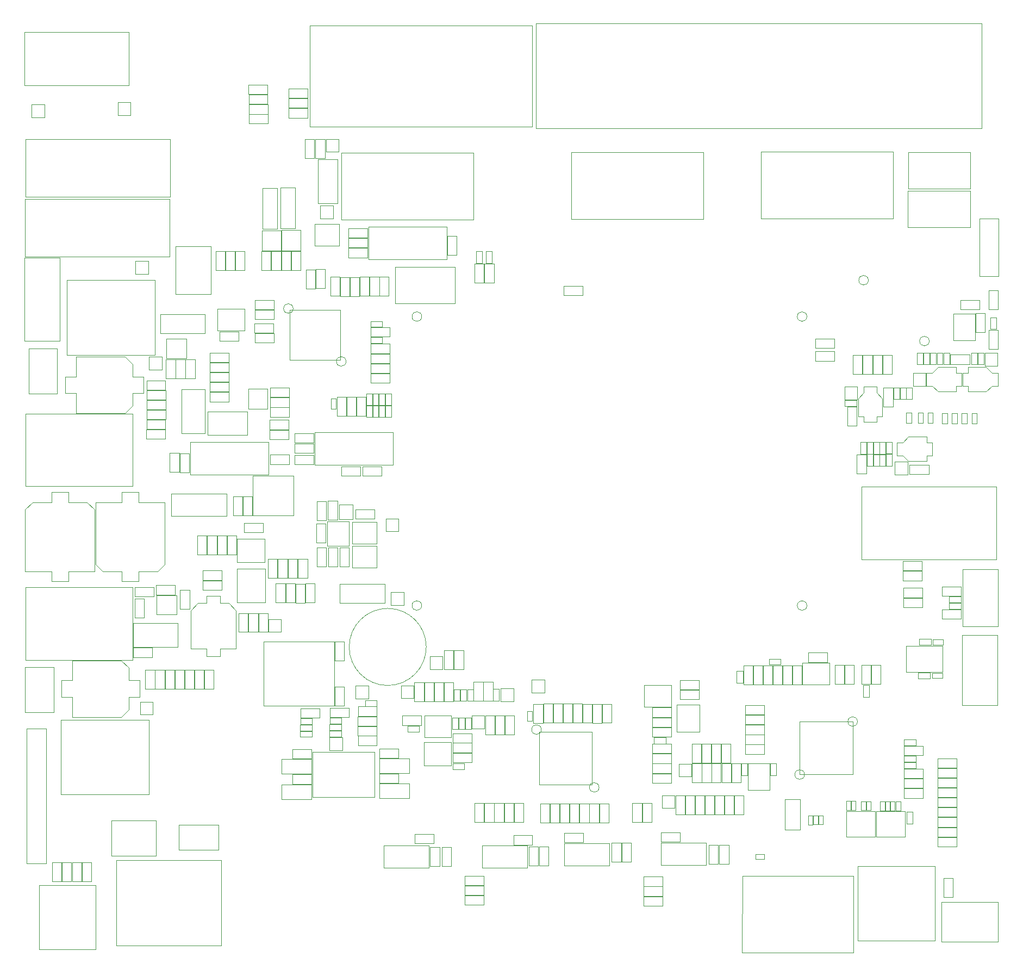
<source format=gbr>
G04 #@! TF.GenerationSoftware,KiCad,Pcbnew,8.0.0-rc1*
G04 #@! TF.CreationDate,2024-04-25T15:33:08+03:00*
G04 #@! TF.ProjectId,MXVR_3568_V4.0,4d585652-5f33-4353-9638-5f56342e302e,REV1*
G04 #@! TF.SameCoordinates,Original*
G04 #@! TF.FileFunction,Other,User*
%FSLAX46Y46*%
G04 Gerber Fmt 4.6, Leading zero omitted, Abs format (unit mm)*
G04 Created by KiCad (PCBNEW 8.0.0-rc1) date 2024-04-25 15:33:08*
%MOMM*%
%LPD*%
G01*
G04 APERTURE LIST*
%ADD10C,0.050000*%
%ADD11C,0.100000*%
G04 APERTURE END LIST*
D10*
X191830000Y-141970000D02*
X194790000Y-141970000D01*
X191830000Y-143430000D02*
X191830000Y-141970000D01*
X194790000Y-141970000D02*
X194790000Y-143430000D01*
X194790000Y-143430000D02*
X191830000Y-143430000D01*
X192740000Y-157520000D02*
X194200000Y-157520000D01*
X192740000Y-160480000D02*
X192740000Y-157520000D01*
X194200000Y-157520000D02*
X194200000Y-160480000D01*
X194200000Y-160480000D02*
X192740000Y-160480000D01*
X191710000Y-75720000D02*
X192630000Y-75720000D01*
X191710000Y-77540000D02*
X191710000Y-75720000D01*
X192630000Y-75720000D02*
X192630000Y-77540000D01*
X192630000Y-77540000D02*
X191710000Y-77540000D01*
X117230000Y-132540000D02*
X118150000Y-132540000D01*
X117230000Y-134360000D02*
X117230000Y-132540000D01*
X118150000Y-132540000D02*
X118150000Y-134360000D01*
X118150000Y-134360000D02*
X117230000Y-134360000D01*
X181810000Y-89650000D02*
X182730000Y-89650000D01*
X181810000Y-91470000D02*
X181810000Y-89650000D01*
X182730000Y-89650000D02*
X182730000Y-91470000D01*
X182730000Y-91470000D02*
X181810000Y-91470000D01*
X103510000Y-77435000D02*
X106470000Y-77435000D01*
X103510000Y-78895000D02*
X103510000Y-77435000D01*
X106470000Y-77435000D02*
X106470000Y-78895000D01*
X106470000Y-78895000D02*
X103510000Y-78895000D01*
X103500000Y-70810000D02*
X105320000Y-70810000D01*
X103500000Y-71730000D02*
X103500000Y-70810000D01*
X105320000Y-70810000D02*
X105320000Y-71730000D01*
X105320000Y-71730000D02*
X103500000Y-71730000D01*
X165760000Y-139720000D02*
X166700000Y-139720000D01*
X165760000Y-141580000D02*
X165760000Y-139720000D01*
X166700000Y-139720000D02*
X166700000Y-141580000D01*
X166700000Y-141580000D02*
X165760000Y-141580000D01*
X103510000Y-73310000D02*
X105330000Y-73310000D01*
X103510000Y-74230000D02*
X103510000Y-73310000D01*
X105330000Y-73310000D02*
X105330000Y-74230000D01*
X105330000Y-74230000D02*
X103510000Y-74230000D01*
X88060000Y-59920711D02*
X89520000Y-59920711D01*
X88060000Y-62880711D02*
X88060000Y-59920711D01*
X89520000Y-59920711D02*
X89520000Y-62880711D01*
X89520000Y-62880711D02*
X88060000Y-62880711D01*
X133690000Y-150512500D02*
X136650000Y-150512500D01*
X133690000Y-151972500D02*
X133690000Y-150512500D01*
X136650000Y-150512500D02*
X136650000Y-151972500D01*
X136650000Y-151972500D02*
X133690000Y-151972500D01*
X181040000Y-64440000D02*
G75*
G02*
X179540000Y-64440000I-750000J0D01*
G01*
X179540000Y-64440000D02*
G75*
G02*
X181040000Y-64440000I750000J0D01*
G01*
X98930000Y-44640000D02*
X119520000Y-44640000D01*
X119520000Y-55040000D01*
X98930000Y-55040000D01*
X98930000Y-44640000D01*
X64140000Y-36720000D02*
X64140000Y-38720000D01*
X64140000Y-36720000D02*
X66140000Y-36720000D01*
X66140000Y-38720000D02*
X64140000Y-38720000D01*
X66140000Y-38720000D02*
X66140000Y-36720000D01*
X86040000Y-116270000D02*
X87500000Y-116270000D01*
X86040000Y-119230000D02*
X86040000Y-116270000D01*
X87500000Y-116270000D02*
X87500000Y-119230000D01*
X87500000Y-119230000D02*
X86040000Y-119230000D01*
X186580000Y-135930000D02*
X188440000Y-135930000D01*
X186580000Y-136870000D02*
X186580000Y-135930000D01*
X188440000Y-135930000D02*
X188440000Y-136870000D01*
X188440000Y-136870000D02*
X186580000Y-136870000D01*
X183810000Y-91540000D02*
X184730000Y-91540000D01*
X183810000Y-93360000D02*
X183810000Y-91540000D01*
X184730000Y-91540000D02*
X184730000Y-93360000D01*
X184730000Y-93360000D02*
X183810000Y-93360000D01*
X87755000Y-86210000D02*
X90715000Y-86210000D01*
X87755000Y-87670000D02*
X87755000Y-86210000D01*
X90715000Y-86210000D02*
X90715000Y-87670000D01*
X90715000Y-87670000D02*
X87755000Y-87670000D01*
X91140000Y-59920000D02*
X92600000Y-59920000D01*
X91140000Y-62880000D02*
X91140000Y-59920000D01*
X92600000Y-59920000D02*
X92600000Y-62880000D01*
X92600000Y-62880000D02*
X91140000Y-62880000D01*
X83610000Y-98105000D02*
X85070000Y-98105000D01*
X83610000Y-101065000D02*
X83610000Y-98105000D01*
X85070000Y-98105000D02*
X85070000Y-101065000D01*
X85070000Y-101065000D02*
X83610000Y-101065000D01*
D11*
X187190000Y-50490000D02*
X196890000Y-50490000D01*
X187190000Y-56190000D02*
X187190000Y-50490000D01*
X196890000Y-50490000D02*
X196890000Y-56190000D01*
X196890000Y-56190000D02*
X187190000Y-56190000D01*
D10*
X70090000Y-111940000D02*
X73050000Y-111940000D01*
X70090000Y-113400000D02*
X70090000Y-111940000D01*
X73050000Y-111940000D02*
X73050000Y-113400000D01*
X73050000Y-113400000D02*
X70090000Y-113400000D01*
X69940000Y-125095000D02*
X71400000Y-125095000D01*
X69940000Y-128055000D02*
X69940000Y-125095000D01*
X71400000Y-125095000D02*
X71400000Y-128055000D01*
X71400000Y-128055000D02*
X69940000Y-128055000D01*
D11*
X177590000Y-147170000D02*
X182090000Y-147170000D01*
X177590000Y-151120000D02*
X177590000Y-147170000D01*
X182090000Y-147170000D02*
X182090000Y-151120000D01*
X182090000Y-151120000D02*
X177590000Y-151120000D01*
X66527500Y-117870000D02*
X73452500Y-117870000D01*
X66527500Y-121520000D02*
X66527500Y-117870000D01*
X73452500Y-117870000D02*
X73452500Y-121520000D01*
X73452500Y-121520000D02*
X66527500Y-121520000D01*
D10*
X190520000Y-73910000D02*
G75*
G02*
X189020000Y-73910000I-750000J0D01*
G01*
X189020000Y-73910000D02*
G75*
G02*
X190520000Y-73910000I750000J0D01*
G01*
X122610000Y-128115000D02*
X123530000Y-128115000D01*
X122610000Y-129935000D02*
X122610000Y-128115000D01*
X123530000Y-128115000D02*
X123530000Y-129935000D01*
X123530000Y-129935000D02*
X122610000Y-129935000D01*
X66890000Y-61480000D02*
X66890000Y-63480000D01*
X66890000Y-61480000D02*
X68890000Y-61480000D01*
X68890000Y-63480000D02*
X66890000Y-63480000D01*
X68890000Y-63480000D02*
X68890000Y-61480000D01*
X192540000Y-115720000D02*
X195500000Y-115720000D01*
X192540000Y-117180000D02*
X192540000Y-115720000D01*
X195500000Y-115720000D02*
X195500000Y-117180000D01*
X195500000Y-117180000D02*
X192540000Y-117180000D01*
X170342500Y-133170000D02*
X170342500Y-141410000D01*
X170342500Y-141410000D02*
X178582500Y-141410000D01*
X178582500Y-133170000D02*
X170342500Y-133170000D01*
X178582500Y-141410000D02*
X178582500Y-133170000D01*
X71480000Y-125095000D02*
X72940000Y-125095000D01*
X71480000Y-128055000D02*
X71480000Y-125095000D01*
X72940000Y-125095000D02*
X72940000Y-128055000D01*
X72940000Y-128055000D02*
X71480000Y-128055000D01*
X193800000Y-76040000D02*
X196800000Y-76040000D01*
X193800000Y-77540000D02*
X193800000Y-76040000D01*
X196800000Y-76040000D02*
X196800000Y-77540000D01*
X196800000Y-77540000D02*
X193800000Y-77540000D01*
X139150000Y-145940000D02*
X140610000Y-145940000D01*
X139150000Y-148900000D02*
X139150000Y-145940000D01*
X140610000Y-145940000D02*
X140610000Y-148900000D01*
X140610000Y-148900000D02*
X139150000Y-148900000D01*
X133480000Y-130405000D02*
X134940000Y-130405000D01*
X133480000Y-133365000D02*
X133480000Y-130405000D01*
X134940000Y-130405000D02*
X134940000Y-133365000D01*
X134940000Y-133365000D02*
X133480000Y-133365000D01*
X89600000Y-139020000D02*
X89600000Y-141320000D01*
X89600000Y-139020000D02*
X94300000Y-139020000D01*
X94300000Y-139020000D02*
X94300000Y-141320000D01*
X94300000Y-141320000D02*
X89600000Y-141320000D01*
X188980000Y-120320000D02*
X190840000Y-120320000D01*
X188980000Y-121260000D02*
X188980000Y-120320000D01*
X190840000Y-120320000D02*
X190840000Y-121260000D01*
X190840000Y-121260000D02*
X188980000Y-121260000D01*
X67590000Y-130080000D02*
X67590000Y-132080000D01*
X67590000Y-130080000D02*
X69590000Y-130080000D01*
X69590000Y-132080000D02*
X67590000Y-132080000D01*
X69590000Y-132080000D02*
X69590000Y-130080000D01*
X129750000Y-152662500D02*
X131210000Y-152662500D01*
X129750000Y-155622500D02*
X129750000Y-152662500D01*
X131210000Y-152662500D02*
X131210000Y-155622500D01*
X131210000Y-155622500D02*
X129750000Y-155622500D01*
X116200000Y-132540000D02*
X117120000Y-132540000D01*
X116200000Y-134360000D02*
X116200000Y-132540000D01*
X117120000Y-132540000D02*
X117120000Y-134360000D01*
X117120000Y-134360000D02*
X116200000Y-134360000D01*
X84495000Y-34020000D02*
X87455000Y-34020000D01*
X84495000Y-35480000D02*
X84495000Y-34020000D01*
X87455000Y-34020000D02*
X87455000Y-35480000D01*
X87455000Y-35480000D02*
X84495000Y-35480000D01*
X84570000Y-37090000D02*
X87530000Y-37090000D01*
X84570000Y-38550000D02*
X84570000Y-37090000D01*
X87530000Y-37090000D02*
X87530000Y-38550000D01*
X87530000Y-38550000D02*
X84570000Y-38550000D01*
X119680000Y-61870000D02*
X121140000Y-61870000D01*
X119680000Y-64830000D02*
X119680000Y-61870000D01*
X121140000Y-61870000D02*
X121140000Y-64830000D01*
X121140000Y-64830000D02*
X119680000Y-64830000D01*
X118205000Y-160260000D02*
X121165000Y-160260000D01*
X118205000Y-161720000D02*
X118205000Y-160260000D01*
X121165000Y-160260000D02*
X121165000Y-161720000D01*
X121165000Y-161720000D02*
X118205000Y-161720000D01*
X119690000Y-145850000D02*
X121150000Y-145850000D01*
X119690000Y-148810000D02*
X119690000Y-145850000D01*
X121150000Y-145850000D02*
X121150000Y-148810000D01*
X121150000Y-148810000D02*
X119690000Y-148810000D01*
X112170000Y-121540000D02*
G75*
G02*
X100170000Y-121540000I-6000000J0D01*
G01*
X100170000Y-121540000D02*
G75*
G02*
X112170000Y-121540000I6000000J0D01*
G01*
X103515000Y-71790000D02*
X106475000Y-71790000D01*
X103515000Y-73250000D02*
X103515000Y-71790000D01*
X106475000Y-71790000D02*
X106475000Y-73250000D01*
X106475000Y-73250000D02*
X103515000Y-73250000D01*
X111932500Y-132227500D02*
X111932500Y-135627500D01*
X111932500Y-135627500D02*
X116032500Y-135627500D01*
X116032500Y-132227500D02*
X111932500Y-132227500D01*
X116032500Y-135627500D02*
X116032500Y-132227500D01*
X73020000Y-125125000D02*
X74480000Y-125125000D01*
X73020000Y-128085000D02*
X73020000Y-125125000D01*
X74480000Y-125125000D02*
X74480000Y-128085000D01*
X74480000Y-128085000D02*
X73020000Y-128085000D01*
X183390000Y-81150000D02*
X184850000Y-81150000D01*
X183390000Y-84110000D02*
X183390000Y-81150000D01*
X184850000Y-81150000D02*
X184850000Y-84110000D01*
X184850000Y-84110000D02*
X183390000Y-84110000D01*
X117530000Y-128155000D02*
X118450000Y-128155000D01*
X117530000Y-129975000D02*
X117530000Y-128155000D01*
X118450000Y-128155000D02*
X118450000Y-129975000D01*
X118450000Y-129975000D02*
X117530000Y-129975000D01*
X146060000Y-157320000D02*
X149020000Y-157320000D01*
X146060000Y-158780000D02*
X146060000Y-157320000D01*
X149020000Y-157320000D02*
X149020000Y-158780000D01*
X149020000Y-158780000D02*
X146060000Y-158780000D01*
X103380000Y-63925000D02*
X104840000Y-63925000D01*
X103380000Y-66885000D02*
X103380000Y-63925000D01*
X104840000Y-63925000D02*
X104840000Y-66885000D01*
X104840000Y-66885000D02*
X103380000Y-66885000D01*
X147350000Y-134080000D02*
X150310000Y-134080000D01*
X147350000Y-135540000D02*
X147350000Y-134080000D01*
X150310000Y-134080000D02*
X150310000Y-135540000D01*
X150310000Y-135540000D02*
X147350000Y-135540000D01*
D11*
X187220000Y-44500000D02*
X196920000Y-44500000D01*
X187220000Y-50200000D02*
X187220000Y-44500000D01*
X196920000Y-44500000D02*
X196920000Y-50200000D01*
X196920000Y-50200000D02*
X187220000Y-50200000D01*
D10*
X183670000Y-145610000D02*
X184370000Y-145610000D01*
X183670000Y-147010000D02*
X183670000Y-145610000D01*
X184370000Y-145610000D02*
X184370000Y-147010000D01*
X184370000Y-147010000D02*
X183670000Y-147010000D01*
X68615000Y-81600000D02*
X71575000Y-81600000D01*
X68615000Y-83060000D02*
X68615000Y-81600000D01*
X71575000Y-81600000D02*
X71575000Y-83060000D01*
X71575000Y-83060000D02*
X68615000Y-83060000D01*
X154050000Y-144645000D02*
X155510000Y-144645000D01*
X154050000Y-147605000D02*
X154050000Y-144645000D01*
X155510000Y-144645000D02*
X155510000Y-147605000D01*
X155510000Y-147605000D02*
X154050000Y-147605000D01*
X179337500Y-133165000D02*
G75*
G02*
X177837500Y-133165000I-750000J0D01*
G01*
X177837500Y-133165000D02*
G75*
G02*
X179337500Y-133165000I750000J0D01*
G01*
X86830000Y-120730000D02*
X97830000Y-120730000D01*
X86830000Y-130730000D02*
X86830000Y-120730000D01*
X97830000Y-120730000D02*
X97830000Y-130730000D01*
X97830000Y-130730000D02*
X86830000Y-130730000D01*
X120920000Y-152422500D02*
X127920000Y-152422500D01*
X120920000Y-155922500D02*
X120920000Y-152422500D01*
X127920000Y-152422500D02*
X127920000Y-155922500D01*
X127920000Y-155922500D02*
X120920000Y-155922500D01*
X169230000Y-124425000D02*
X170690000Y-124425000D01*
X169230000Y-127385000D02*
X169230000Y-124425000D01*
X170690000Y-124425000D02*
X170690000Y-127385000D01*
X170690000Y-127385000D02*
X169230000Y-127385000D01*
X96890000Y-106095000D02*
X98350000Y-106095000D01*
X96890000Y-109055000D02*
X96890000Y-106095000D01*
X98350000Y-106095000D02*
X98350000Y-109055000D01*
X98350000Y-109055000D02*
X96890000Y-109055000D01*
X86550000Y-56665711D02*
X86550000Y-59815711D01*
X86550000Y-56665711D02*
X89550000Y-56665711D01*
X86550000Y-59815711D02*
X89550000Y-59815711D01*
X89550000Y-56665711D02*
X89550000Y-59815711D01*
X98930000Y-93460000D02*
X101890000Y-93460000D01*
X98930000Y-94920000D02*
X98930000Y-93460000D01*
X101890000Y-93460000D02*
X101890000Y-94920000D01*
X101890000Y-94920000D02*
X98930000Y-94920000D01*
X97127500Y-133570000D02*
X98947500Y-133570000D01*
X97127500Y-134490000D02*
X97127500Y-133570000D01*
X98947500Y-133570000D02*
X98947500Y-134490000D01*
X98947500Y-134490000D02*
X97127500Y-134490000D01*
X188600000Y-75740000D02*
X189520000Y-75740000D01*
X188600000Y-77560000D02*
X188600000Y-75740000D01*
X189520000Y-75740000D02*
X189520000Y-77560000D01*
X189520000Y-77560000D02*
X188600000Y-77560000D01*
X70135000Y-113510000D02*
X70135000Y-116510000D01*
X73285000Y-113510000D02*
X70135000Y-113510000D01*
X73285000Y-113510000D02*
X73285000Y-116510000D01*
X73285000Y-116510000D02*
X70135000Y-116510000D01*
X139090000Y-143410000D02*
G75*
G02*
X137590000Y-143410000I-750000J0D01*
G01*
X137590000Y-143410000D02*
G75*
G02*
X139090000Y-143410000I750000J0D01*
G01*
X193340000Y-85152500D02*
X192540000Y-85152500D01*
X192540000Y-86752500D01*
X193340000Y-86752500D01*
X193340000Y-85152500D01*
X104875000Y-63925000D02*
X106335000Y-63925000D01*
X104875000Y-66885000D02*
X104875000Y-63925000D01*
X106335000Y-63925000D02*
X106335000Y-66885000D01*
X106335000Y-66885000D02*
X104875000Y-66885000D01*
X118570000Y-128145000D02*
X119490000Y-128145000D01*
X118570000Y-129965000D02*
X118570000Y-128145000D01*
X119490000Y-128145000D02*
X119490000Y-129965000D01*
X119490000Y-129965000D02*
X118570000Y-129965000D01*
X90285000Y-111687500D02*
X91745000Y-111687500D01*
X90285000Y-114647500D02*
X90285000Y-111687500D01*
X91745000Y-111687500D02*
X91745000Y-114647500D01*
X91745000Y-114647500D02*
X90285000Y-114647500D01*
X151000000Y-144645000D02*
X152460000Y-144645000D01*
X151000000Y-147605000D02*
X151000000Y-144645000D01*
X152460000Y-144645000D02*
X152460000Y-147605000D01*
X152460000Y-147605000D02*
X151000000Y-147605000D01*
X157090000Y-144645000D02*
X158550000Y-144645000D01*
X157090000Y-147605000D02*
X157090000Y-144645000D01*
X158550000Y-144645000D02*
X158550000Y-147605000D01*
X158550000Y-147605000D02*
X157090000Y-147605000D01*
X191830000Y-140440000D02*
X194790000Y-140440000D01*
X191830000Y-141900000D02*
X191830000Y-140440000D01*
X194790000Y-140440000D02*
X194790000Y-141900000D01*
X194790000Y-141900000D02*
X191830000Y-141900000D01*
X66790000Y-114010000D02*
X68250000Y-114010000D01*
X66790000Y-116970000D02*
X66790000Y-114010000D01*
X68250000Y-114010000D02*
X68250000Y-116970000D01*
X68250000Y-116970000D02*
X66790000Y-116970000D01*
X157830000Y-152362500D02*
X159290000Y-152362500D01*
X157830000Y-155322500D02*
X157830000Y-152362500D01*
X159290000Y-152362500D02*
X159290000Y-155322500D01*
X159290000Y-155322500D02*
X157830000Y-155322500D01*
X122780000Y-145835000D02*
X124240000Y-145835000D01*
X122780000Y-148795000D02*
X122780000Y-145835000D01*
X124240000Y-145835000D02*
X124240000Y-148795000D01*
X124240000Y-148795000D02*
X122780000Y-148795000D01*
X114577500Y-152747500D02*
X116037500Y-152747500D01*
X114577500Y-155707500D02*
X114577500Y-152747500D01*
X116037500Y-152747500D02*
X116037500Y-155707500D01*
X116037500Y-155707500D02*
X114577500Y-155707500D01*
X199800000Y-72190000D02*
X201260000Y-72190000D01*
X199800000Y-75150000D02*
X199800000Y-72190000D01*
X201260000Y-72190000D02*
X201260000Y-75150000D01*
X201260000Y-75150000D02*
X199800000Y-75150000D01*
X103510000Y-75885000D02*
X106470000Y-75885000D01*
X103510000Y-77345000D02*
X103510000Y-75885000D01*
X106470000Y-75885000D02*
X106470000Y-77345000D01*
X106470000Y-77345000D02*
X103510000Y-77345000D01*
X101530000Y-133885000D02*
X104490000Y-133885000D01*
X101530000Y-135345000D02*
X101530000Y-133885000D01*
X104490000Y-133885000D02*
X104490000Y-135345000D01*
X104490000Y-135345000D02*
X101530000Y-135345000D01*
X160540000Y-125260000D02*
X161480000Y-125260000D01*
X160540000Y-127120000D02*
X160540000Y-125260000D01*
X161480000Y-125260000D02*
X161480000Y-127120000D01*
X161480000Y-127120000D02*
X160540000Y-127120000D01*
X91350000Y-141400000D02*
X94310000Y-141400000D01*
X91350000Y-142860000D02*
X91350000Y-141400000D01*
X94310000Y-141400000D02*
X94310000Y-142860000D01*
X94310000Y-142860000D02*
X91350000Y-142860000D01*
X164650000Y-124430000D02*
X166110000Y-124430000D01*
X164650000Y-127390000D02*
X164650000Y-124430000D01*
X166110000Y-124430000D02*
X166110000Y-127390000D01*
X166110000Y-127390000D02*
X164650000Y-127390000D01*
X99782500Y-82590000D02*
X101242500Y-82590000D01*
X99782500Y-85550000D02*
X99782500Y-82590000D01*
X101242500Y-82590000D02*
X101242500Y-85550000D01*
X101242500Y-85550000D02*
X99782500Y-85550000D01*
X101535000Y-130825000D02*
X104495000Y-130825000D01*
X101535000Y-132285000D02*
X101535000Y-130825000D01*
X104495000Y-130825000D02*
X104495000Y-132285000D01*
X104495000Y-132285000D02*
X101535000Y-132285000D01*
X87630000Y-89630000D02*
X75430000Y-89630000D01*
X75430000Y-94730000D01*
X87630000Y-94730000D01*
X87630000Y-89630000D01*
X156630000Y-139700000D02*
X158090000Y-139700000D01*
X156630000Y-142660000D02*
X156630000Y-139700000D01*
X158090000Y-139700000D02*
X158090000Y-142660000D01*
X158090000Y-142660000D02*
X156630000Y-142660000D01*
X94990000Y-62752500D02*
X96450000Y-62752500D01*
X94990000Y-65712500D02*
X94990000Y-62752500D01*
X96450000Y-62752500D02*
X96450000Y-65712500D01*
X96450000Y-65712500D02*
X94990000Y-65712500D01*
X74560000Y-125130000D02*
X76020000Y-125130000D01*
X74560000Y-128090000D02*
X74560000Y-125130000D01*
X76020000Y-125130000D02*
X76020000Y-128090000D01*
X76020000Y-128090000D02*
X74560000Y-128090000D01*
X183800000Y-89640000D02*
X184720000Y-89640000D01*
X183800000Y-91460000D02*
X183800000Y-89640000D01*
X184720000Y-89640000D02*
X184720000Y-91460000D01*
X184720000Y-91460000D02*
X183800000Y-91460000D01*
X128665000Y-40510000D02*
X94015000Y-40510000D01*
X94015000Y-24760000D01*
X128665000Y-24760000D01*
X128665000Y-40510000D01*
X125850000Y-145865000D02*
X127310000Y-145865000D01*
X125850000Y-148825000D02*
X125850000Y-145865000D01*
X127310000Y-145865000D02*
X127310000Y-148825000D01*
X127310000Y-148825000D02*
X125850000Y-148825000D01*
X171087500Y-141415000D02*
G75*
G02*
X169587500Y-141415000I-750000J0D01*
G01*
X169587500Y-141415000D02*
G75*
G02*
X171087500Y-141415000I750000J0D01*
G01*
X100320000Y-63955000D02*
X101780000Y-63955000D01*
X100320000Y-66915000D02*
X100320000Y-63955000D01*
X101780000Y-63955000D02*
X101780000Y-66915000D01*
X101780000Y-66915000D02*
X100320000Y-66915000D01*
X195630000Y-119710000D02*
X195630000Y-130610000D01*
X195630000Y-130610000D02*
X201130000Y-130610000D01*
X201130000Y-119710000D02*
X195630000Y-119710000D01*
X201130000Y-130610000D02*
X201130000Y-119710000D01*
X182810000Y-89650000D02*
X183730000Y-89650000D01*
X182810000Y-91470000D02*
X182810000Y-89650000D01*
X183730000Y-89650000D02*
X183730000Y-91470000D01*
X183730000Y-91470000D02*
X182810000Y-91470000D01*
X49940000Y-134220000D02*
X49940000Y-155220000D01*
X49940000Y-155220000D02*
X52940000Y-155220000D01*
X52940000Y-134220000D02*
X49940000Y-134220000D01*
X52940000Y-155220000D02*
X52940000Y-134220000D01*
X90730000Y-36140000D02*
X93690000Y-36140000D01*
X90730000Y-37600000D02*
X90730000Y-36140000D01*
X93690000Y-36140000D02*
X93690000Y-37600000D01*
X93690000Y-37600000D02*
X90730000Y-37600000D01*
X124310000Y-145845000D02*
X125770000Y-145845000D01*
X124310000Y-148805000D02*
X124310000Y-145845000D01*
X125770000Y-145845000D02*
X125770000Y-148805000D01*
X125770000Y-148805000D02*
X124310000Y-148805000D01*
X133000000Y-145925000D02*
X134460000Y-145925000D01*
X133000000Y-148885000D02*
X133000000Y-145925000D01*
X134460000Y-145925000D02*
X134460000Y-148885000D01*
X134460000Y-148885000D02*
X133000000Y-148885000D01*
X128610000Y-126680000D02*
X128610000Y-128680000D01*
X128610000Y-126680000D02*
X130610000Y-126680000D01*
X130610000Y-128680000D02*
X128610000Y-128680000D01*
X130610000Y-128680000D02*
X130610000Y-126680000D01*
X87840000Y-82730000D02*
X90800000Y-82730000D01*
X87840000Y-84190000D02*
X87840000Y-82730000D01*
X90800000Y-82730000D02*
X90800000Y-84190000D01*
X90800000Y-84190000D02*
X87840000Y-84190000D01*
X124430000Y-132250000D02*
X125890000Y-132250000D01*
X124430000Y-135210000D02*
X124430000Y-132250000D01*
X125890000Y-132250000D02*
X125890000Y-135210000D01*
X125890000Y-135210000D02*
X124430000Y-135210000D01*
X111460000Y-70100000D02*
G75*
G02*
X109960000Y-70100000I-750000J0D01*
G01*
X109960000Y-70100000D02*
G75*
G02*
X111460000Y-70100000I750000J0D01*
G01*
X98142500Y-82847500D02*
X97342500Y-82847500D01*
X97342500Y-84447500D01*
X98142500Y-84447500D01*
X98142500Y-82847500D01*
X186420000Y-108170000D02*
X189380000Y-108170000D01*
X186420000Y-109630000D02*
X186420000Y-108170000D01*
X189380000Y-108170000D02*
X189380000Y-109630000D01*
X189380000Y-109630000D02*
X186420000Y-109630000D01*
X179390000Y-155720000D02*
X191390000Y-155720000D01*
X191390000Y-167320000D01*
X179390000Y-167320000D01*
X179390000Y-155720000D01*
X177380000Y-83110000D02*
X179200000Y-83110000D01*
X177380000Y-84030000D02*
X177380000Y-83110000D01*
X179200000Y-83110000D02*
X179200000Y-84030000D01*
X179200000Y-84030000D02*
X177380000Y-84030000D01*
X197070000Y-75730000D02*
X197990000Y-75730000D01*
X197070000Y-77550000D02*
X197070000Y-75730000D01*
X197990000Y-75730000D02*
X197990000Y-77550000D01*
X197990000Y-77550000D02*
X197070000Y-77550000D01*
X68600000Y-80050000D02*
X71560000Y-80050000D01*
X68600000Y-81510000D02*
X68600000Y-80050000D01*
X71560000Y-80050000D02*
X71560000Y-81510000D01*
X71560000Y-81510000D02*
X68600000Y-81510000D01*
X102850000Y-83955000D02*
X103770000Y-83955000D01*
X102850000Y-85775000D02*
X102850000Y-83955000D01*
X103770000Y-83955000D02*
X103770000Y-85775000D01*
X103770000Y-85775000D02*
X102850000Y-85775000D01*
D11*
X165615000Y-123450000D02*
X167345000Y-123450000D01*
X165615000Y-124280000D02*
X165615000Y-123450000D01*
X167345000Y-123450000D02*
X167345000Y-124280000D01*
X167345000Y-124280000D02*
X165615000Y-124280000D01*
D10*
X97117500Y-134590000D02*
X98937500Y-134590000D01*
X97117500Y-135510000D02*
X97117500Y-134590000D01*
X98937500Y-134590000D02*
X98937500Y-135510000D01*
X98937500Y-135510000D02*
X97117500Y-135510000D01*
X193610000Y-113690000D02*
X195470000Y-113690000D01*
X193610000Y-114630000D02*
X193610000Y-113690000D01*
X195470000Y-113690000D02*
X195470000Y-114630000D01*
X195470000Y-114630000D02*
X193610000Y-114630000D01*
X68585000Y-87710000D02*
X71545000Y-87710000D01*
X68585000Y-89170000D02*
X68585000Y-87710000D01*
X71545000Y-87710000D02*
X71545000Y-89170000D01*
X71545000Y-89170000D02*
X68585000Y-89170000D01*
X121240000Y-61890000D02*
X122700000Y-61890000D01*
X121240000Y-64850000D02*
X121240000Y-61890000D01*
X122700000Y-61890000D02*
X122700000Y-64850000D01*
X122700000Y-64850000D02*
X121240000Y-64850000D01*
X90650000Y-107855000D02*
X92110000Y-107855000D01*
X90650000Y-110815000D02*
X90650000Y-107855000D01*
X92110000Y-107855000D02*
X92110000Y-110815000D01*
X92110000Y-110815000D02*
X90650000Y-110815000D01*
X167700000Y-124425000D02*
X169160000Y-124425000D01*
X167700000Y-127385000D02*
X167700000Y-124425000D01*
X169160000Y-124425000D02*
X169160000Y-127385000D01*
X169160000Y-127385000D02*
X167700000Y-127385000D01*
X171460000Y-70100000D02*
G75*
G02*
X169960000Y-70100000I-750000J0D01*
G01*
X169960000Y-70100000D02*
G75*
G02*
X171460000Y-70100000I750000J0D01*
G01*
X159720000Y-139695000D02*
X161180000Y-139695000D01*
X159720000Y-142655000D02*
X159720000Y-139695000D01*
X161180000Y-139695000D02*
X161180000Y-142655000D01*
X161180000Y-142655000D02*
X159720000Y-142655000D01*
X101170000Y-100155000D02*
X104130000Y-100155000D01*
X101170000Y-101615000D02*
X101170000Y-100155000D01*
X104130000Y-100155000D02*
X104130000Y-101615000D01*
X104130000Y-101615000D02*
X101170000Y-101615000D01*
X190992500Y-125610000D02*
X192592500Y-125610000D01*
X192592500Y-126410000D01*
X190992500Y-126410000D01*
X190992500Y-125610000D01*
X181810000Y-91550000D02*
X182730000Y-91550000D01*
X181810000Y-93370000D02*
X181810000Y-91550000D01*
X182730000Y-91550000D02*
X182730000Y-93370000D01*
X182730000Y-93370000D02*
X181810000Y-93370000D01*
X98740000Y-69040000D02*
X90900000Y-69040000D01*
X90900000Y-76880000D01*
X98740000Y-76880000D01*
X98740000Y-69040000D01*
X106680000Y-113020000D02*
X106680000Y-115020000D01*
X106680000Y-113020000D02*
X108680000Y-113020000D01*
X108680000Y-115020000D02*
X106680000Y-115020000D01*
X108680000Y-115020000D02*
X108680000Y-113020000D01*
X138070000Y-130415000D02*
X139530000Y-130415000D01*
X138070000Y-133375000D02*
X138070000Y-130415000D01*
X139530000Y-130415000D02*
X139530000Y-133375000D01*
X139530000Y-133375000D02*
X138070000Y-133375000D01*
X82410000Y-59910000D02*
X83870000Y-59910000D01*
X82410000Y-62870000D02*
X82410000Y-59910000D01*
X83870000Y-59910000D02*
X83870000Y-62870000D01*
X83870000Y-62870000D02*
X82410000Y-62870000D01*
X95130000Y-106095000D02*
X96590000Y-106095000D01*
X95130000Y-109055000D02*
X95130000Y-106095000D01*
X96590000Y-106095000D02*
X96590000Y-109055000D01*
X96590000Y-109055000D02*
X95130000Y-109055000D01*
X199180000Y-75790000D02*
X199180000Y-77790000D01*
X199180000Y-75790000D02*
X201180000Y-75790000D01*
X201180000Y-77790000D02*
X199180000Y-77790000D01*
X201180000Y-77790000D02*
X201180000Y-75790000D01*
X191820000Y-145010000D02*
X194780000Y-145010000D01*
X191820000Y-146470000D02*
X191820000Y-145010000D01*
X194780000Y-145010000D02*
X194780000Y-146470000D01*
X194780000Y-146470000D02*
X191820000Y-146470000D01*
X88920000Y-50070000D02*
X86650000Y-50070000D01*
X86650000Y-56410000D01*
X88920000Y-56410000D01*
X88920000Y-50070000D01*
X163425000Y-153840000D02*
X164825000Y-153840000D01*
X163425000Y-154540000D02*
X163425000Y-153840000D01*
X164825000Y-153840000D02*
X164825000Y-154540000D01*
X164825000Y-154540000D02*
X163425000Y-154540000D01*
X72220000Y-91360000D02*
X73680000Y-91360000D01*
X72220000Y-94320000D02*
X72220000Y-91360000D01*
X73680000Y-91360000D02*
X73680000Y-94320000D01*
X73680000Y-94320000D02*
X72220000Y-94320000D01*
X133690000Y-152092500D02*
X140690000Y-152092500D01*
X133690000Y-155592500D02*
X133690000Y-152092500D01*
X140690000Y-152092500D02*
X140690000Y-155592500D01*
X140690000Y-155592500D02*
X133690000Y-155592500D01*
X92560000Y-132640000D02*
X94380000Y-132640000D01*
X92560000Y-133560000D02*
X92560000Y-132640000D01*
X94380000Y-132640000D02*
X94380000Y-133560000D01*
X94380000Y-133560000D02*
X92560000Y-133560000D01*
D11*
X73630000Y-149255000D02*
X79825000Y-149255000D01*
X73630000Y-153105000D02*
X73630000Y-149255000D01*
X79825000Y-149255000D02*
X79825000Y-153105000D01*
X79825000Y-153105000D02*
X73630000Y-153105000D01*
D10*
X171680000Y-122440000D02*
X174640000Y-122440000D01*
X171680000Y-123900000D02*
X171680000Y-122440000D01*
X174640000Y-122440000D02*
X174640000Y-123900000D01*
X174640000Y-123900000D02*
X171680000Y-123900000D01*
X95070000Y-102365000D02*
X96530000Y-102365000D01*
X95070000Y-105325000D02*
X95070000Y-102365000D01*
X96530000Y-102365000D02*
X96530000Y-105325000D01*
X96530000Y-105325000D02*
X95070000Y-105325000D01*
X192500000Y-112150000D02*
X195460000Y-112150000D01*
X192500000Y-113610000D02*
X192500000Y-112150000D01*
X195460000Y-112150000D02*
X195460000Y-113610000D01*
X195460000Y-113610000D02*
X192500000Y-113610000D01*
X171460000Y-115100000D02*
G75*
G02*
X169960000Y-115100000I-750000J0D01*
G01*
X169960000Y-115100000D02*
G75*
G02*
X171460000Y-115100000I750000J0D01*
G01*
X96560000Y-42460000D02*
X96560000Y-44460000D01*
X96560000Y-42460000D02*
X98560000Y-42460000D01*
X98560000Y-44460000D02*
X96560000Y-44460000D01*
X98560000Y-44460000D02*
X98560000Y-42460000D01*
X103490000Y-78955000D02*
X106450000Y-78955000D01*
X103490000Y-80415000D02*
X103490000Y-78955000D01*
X106450000Y-78955000D02*
X106450000Y-80415000D01*
X106450000Y-80415000D02*
X103490000Y-80415000D01*
X84515000Y-35560000D02*
X87475000Y-35560000D01*
X84515000Y-37020000D02*
X84515000Y-35560000D01*
X87475000Y-35560000D02*
X87475000Y-37020000D01*
X87475000Y-37020000D02*
X84515000Y-37020000D01*
X147380000Y-136650000D02*
X150340000Y-136650000D01*
X147380000Y-138110000D02*
X147380000Y-136650000D01*
X150340000Y-136650000D02*
X150340000Y-138110000D01*
X150340000Y-138110000D02*
X147380000Y-138110000D01*
D11*
X49750000Y-42460000D02*
X49750000Y-51460000D01*
X49750000Y-51460000D02*
X72250000Y-51460000D01*
X72250000Y-42460000D02*
X49750000Y-42460000D01*
X72250000Y-51460000D02*
X72250000Y-42460000D01*
D10*
X85460000Y-72680000D02*
X88420000Y-72680000D01*
X85460000Y-74140000D02*
X85460000Y-72680000D01*
X88420000Y-72680000D02*
X88420000Y-74140000D01*
X88420000Y-74140000D02*
X85460000Y-74140000D01*
X97147500Y-131010000D02*
X100107500Y-131010000D01*
X97147500Y-132470000D02*
X97147500Y-131010000D01*
X100107500Y-131010000D02*
X100107500Y-132470000D01*
X100107500Y-132470000D02*
X97147500Y-132470000D01*
X116505000Y-122050000D02*
X117965000Y-122050000D01*
X116505000Y-125010000D02*
X116505000Y-122050000D01*
X117965000Y-122050000D02*
X117965000Y-125010000D01*
X117965000Y-125010000D02*
X116505000Y-125010000D01*
X141070000Y-152062500D02*
X142530000Y-152062500D01*
X141070000Y-155022500D02*
X141070000Y-152062500D01*
X142530000Y-152062500D02*
X142530000Y-155022500D01*
X142530000Y-155022500D02*
X141070000Y-155022500D01*
X194255000Y-69630000D02*
X194255000Y-73830000D01*
X194255000Y-73830000D02*
X197655000Y-73830000D01*
X197655000Y-69630000D02*
X194255000Y-69630000D01*
X197655000Y-73830000D02*
X197655000Y-69630000D01*
X78115000Y-84910000D02*
X78115000Y-88510000D01*
X78115000Y-88510000D02*
X84265000Y-88510000D01*
X84265000Y-84910000D02*
X78115000Y-84910000D01*
X84265000Y-88510000D02*
X84265000Y-84910000D01*
X100090000Y-57900000D02*
X103050000Y-57900000D01*
X100090000Y-59360000D02*
X100090000Y-57900000D01*
X103050000Y-57900000D02*
X103050000Y-59360000D01*
X103050000Y-59360000D02*
X100090000Y-59360000D01*
X53900000Y-155070000D02*
X55360000Y-155070000D01*
X53900000Y-158030000D02*
X53900000Y-155070000D01*
X55360000Y-155070000D02*
X55360000Y-158030000D01*
X55360000Y-158030000D02*
X53900000Y-158030000D01*
X128870000Y-130412500D02*
X130330000Y-130412500D01*
X128870000Y-133372500D02*
X128870000Y-130412500D01*
X130330000Y-130412500D02*
X130330000Y-133372500D01*
X130330000Y-133372500D02*
X128870000Y-133372500D01*
X146110000Y-127498000D02*
X146110000Y-130898000D01*
X146110000Y-130898000D02*
X150310000Y-130898000D01*
X150310000Y-127498000D02*
X146110000Y-127498000D01*
X150310000Y-130898000D02*
X150310000Y-127498000D01*
X151510000Y-139730000D02*
X151510000Y-141730000D01*
X151510000Y-139730000D02*
X153510000Y-139730000D01*
X153510000Y-141730000D02*
X151510000Y-141730000D01*
X153510000Y-141730000D02*
X153510000Y-139730000D01*
X188790000Y-125550000D02*
X190650000Y-125550000D01*
X188790000Y-126490000D02*
X188790000Y-125550000D01*
X190650000Y-125550000D02*
X190650000Y-126490000D01*
X190650000Y-126490000D02*
X188790000Y-126490000D01*
X175840000Y-124370000D02*
X177300000Y-124370000D01*
X175840000Y-127330000D02*
X175840000Y-124370000D01*
X177300000Y-124370000D02*
X177300000Y-127330000D01*
X177300000Y-127330000D02*
X175840000Y-127330000D01*
X70720000Y-69710000D02*
X70720000Y-72710000D01*
X70720000Y-72710000D02*
X77720000Y-72710000D01*
X77720000Y-69710000D02*
X70720000Y-69710000D01*
X77720000Y-72710000D02*
X77720000Y-69710000D01*
X178630000Y-76095000D02*
X180090000Y-76095000D01*
X178630000Y-79055000D02*
X178630000Y-76095000D01*
X180090000Y-76095000D02*
X180090000Y-79055000D01*
X180090000Y-79055000D02*
X178630000Y-79055000D01*
X146060000Y-158850000D02*
X149020000Y-158850000D01*
X146060000Y-160310000D02*
X146060000Y-158850000D01*
X149020000Y-158850000D02*
X149020000Y-160310000D01*
X149020000Y-160310000D02*
X146060000Y-160310000D01*
X78485000Y-80325000D02*
X81445000Y-80325000D01*
X78485000Y-81785000D02*
X78485000Y-80325000D01*
X81445000Y-80325000D02*
X81445000Y-81785000D01*
X81445000Y-81785000D02*
X78485000Y-81785000D01*
X91810000Y-111705000D02*
X93270000Y-111705000D01*
X91810000Y-114665000D02*
X91810000Y-111705000D01*
X93270000Y-111705000D02*
X93270000Y-114665000D01*
X93270000Y-114665000D02*
X91810000Y-114665000D01*
X84510000Y-116270000D02*
X85970000Y-116270000D01*
X84510000Y-119230000D02*
X84510000Y-116270000D01*
X85970000Y-116270000D02*
X85970000Y-119230000D01*
X85970000Y-119230000D02*
X84510000Y-119230000D01*
X60660000Y-99000000D02*
X64760000Y-99000000D01*
X60660000Y-108650000D02*
X60660000Y-99000000D01*
X61810000Y-109800000D02*
X60660000Y-108650000D01*
X61810000Y-109800000D02*
X64760000Y-109800000D01*
X64760000Y-97450000D02*
X67360000Y-97450000D01*
X64760000Y-99000000D02*
X64760000Y-97450000D01*
X64760000Y-109800000D02*
X64760000Y-111350000D01*
X64760000Y-111350000D02*
X67360000Y-111350000D01*
X67360000Y-97450000D02*
X67360000Y-99000000D01*
X67360000Y-99000000D02*
X71460000Y-99000000D01*
X67360000Y-109800000D02*
X70310000Y-109800000D01*
X67360000Y-111350000D02*
X67360000Y-109800000D01*
X70310000Y-109800000D02*
X71460000Y-108650000D01*
X71460000Y-108650000D02*
X71460000Y-99000000D01*
X158610000Y-144645000D02*
X160070000Y-144645000D01*
X158610000Y-147605000D02*
X158610000Y-144645000D01*
X160070000Y-144645000D02*
X160070000Y-147605000D01*
X160070000Y-147605000D02*
X158610000Y-147605000D01*
X76525000Y-104230000D02*
X77985000Y-104230000D01*
X76525000Y-107190000D02*
X76525000Y-104230000D01*
X77985000Y-104230000D02*
X77985000Y-107190000D01*
X77985000Y-107190000D02*
X76525000Y-107190000D01*
X51870000Y-158620000D02*
X51870000Y-168620000D01*
X51870000Y-158620000D02*
X60670000Y-158620000D01*
X60670000Y-168620000D02*
X51870000Y-168620000D01*
X60670000Y-168620000D02*
X60670000Y-158620000D01*
X191090000Y-85092500D02*
X190290000Y-85092500D01*
X190290000Y-86692500D01*
X191090000Y-86692500D01*
X191090000Y-85092500D01*
X186465000Y-112360000D02*
X189425000Y-112360000D01*
X186465000Y-113820000D02*
X186465000Y-112360000D01*
X189425000Y-112360000D02*
X189425000Y-113820000D01*
X189425000Y-113820000D02*
X186465000Y-113820000D01*
X55920000Y-79445000D02*
X57620000Y-79445000D01*
X55920000Y-82045000D02*
X55920000Y-79445000D01*
X57620000Y-79445000D02*
X57620000Y-76345000D01*
X57620000Y-82045000D02*
X55920000Y-82045000D01*
X57620000Y-85145000D02*
X57620000Y-82045000D01*
X65270000Y-76345000D02*
X57620000Y-76345000D01*
X65270000Y-85145000D02*
X57620000Y-85145000D01*
X66420000Y-77495000D02*
X65270000Y-76345000D01*
X66420000Y-79445000D02*
X66420000Y-77495000D01*
X66420000Y-82045000D02*
X68120000Y-82045000D01*
X66420000Y-83995000D02*
X65270000Y-85145000D01*
X66420000Y-83995000D02*
X66420000Y-82045000D01*
X68120000Y-79445000D02*
X66420000Y-79445000D01*
X68120000Y-82045000D02*
X68120000Y-79445000D01*
X148730000Y-150452500D02*
X151690000Y-150452500D01*
X148730000Y-151912500D02*
X148730000Y-150452500D01*
X151690000Y-150452500D02*
X151690000Y-151912500D01*
X151690000Y-151912500D02*
X148730000Y-151912500D01*
X155080000Y-136600000D02*
X156540000Y-136600000D01*
X155080000Y-139560000D02*
X155080000Y-136600000D01*
X156540000Y-136600000D02*
X156540000Y-139560000D01*
X156540000Y-139560000D02*
X155080000Y-139560000D01*
X142620000Y-152082500D02*
X144080000Y-152082500D01*
X142620000Y-155042500D02*
X142620000Y-152082500D01*
X144080000Y-152082500D02*
X144080000Y-155042500D01*
X144080000Y-155042500D02*
X142620000Y-155042500D01*
X77395000Y-111230000D02*
X80355000Y-111230000D01*
X77395000Y-112690000D02*
X77395000Y-111230000D01*
X80355000Y-111230000D02*
X80355000Y-112690000D01*
X80355000Y-112690000D02*
X77395000Y-112690000D01*
X161580000Y-124445000D02*
X163040000Y-124445000D01*
X161580000Y-127405000D02*
X161580000Y-124445000D01*
X163040000Y-124445000D02*
X163040000Y-127405000D01*
X163040000Y-127405000D02*
X161580000Y-127405000D01*
X186580000Y-143600000D02*
X189540000Y-143600000D01*
X186580000Y-145060000D02*
X186580000Y-143600000D01*
X189540000Y-143600000D02*
X189540000Y-145060000D01*
X189540000Y-145060000D02*
X186580000Y-145060000D01*
X185340000Y-145610000D02*
X186040000Y-145610000D01*
X185340000Y-147010000D02*
X185340000Y-145610000D01*
X186040000Y-145610000D02*
X186040000Y-147010000D01*
X186040000Y-147010000D02*
X185340000Y-147010000D01*
X130410000Y-130402500D02*
X131870000Y-130402500D01*
X130410000Y-133362500D02*
X130410000Y-130402500D01*
X131870000Y-130402500D02*
X131870000Y-133362500D01*
X131870000Y-133362500D02*
X130410000Y-133362500D01*
X88730000Y-111685000D02*
X90190000Y-111685000D01*
X88730000Y-114645000D02*
X88730000Y-111685000D01*
X90190000Y-111685000D02*
X90190000Y-114645000D01*
X90190000Y-114645000D02*
X88730000Y-114645000D01*
X180170000Y-76080000D02*
X181630000Y-76080000D01*
X180170000Y-79040000D02*
X180170000Y-76080000D01*
X181630000Y-76080000D02*
X181630000Y-79040000D01*
X181630000Y-79040000D02*
X180170000Y-79040000D01*
X102220000Y-93440000D02*
X105180000Y-93440000D01*
X102220000Y-94900000D02*
X102220000Y-93440000D01*
X105180000Y-93440000D02*
X105180000Y-94900000D01*
X105180000Y-94900000D02*
X102220000Y-94900000D01*
X127880000Y-133110000D02*
X128680000Y-133110000D01*
X128680000Y-131510000D01*
X127880000Y-131510000D01*
X127880000Y-133110000D01*
X55320000Y-126750000D02*
X57020000Y-126750000D01*
X55320000Y-129350000D02*
X55320000Y-126750000D01*
X57020000Y-126750000D02*
X57020000Y-123650000D01*
X57020000Y-129350000D02*
X55320000Y-129350000D01*
X57020000Y-132450000D02*
X57020000Y-129350000D01*
X64670000Y-123650000D02*
X57020000Y-123650000D01*
X64670000Y-132450000D02*
X57020000Y-132450000D01*
X65820000Y-124800000D02*
X64670000Y-123650000D01*
X65820000Y-126750000D02*
X65820000Y-124800000D01*
X65820000Y-129350000D02*
X67520000Y-129350000D01*
X65820000Y-131300000D02*
X64670000Y-132450000D01*
X65820000Y-131300000D02*
X65820000Y-129350000D01*
X67520000Y-126750000D02*
X65820000Y-126750000D01*
X67520000Y-129350000D02*
X67520000Y-126750000D01*
X172480000Y-147800000D02*
X173180000Y-147800000D01*
X172480000Y-149200000D02*
X172480000Y-147800000D01*
X173180000Y-147800000D02*
X173180000Y-149200000D01*
X173180000Y-149200000D02*
X172480000Y-149200000D01*
X73140000Y-59170000D02*
X78640000Y-59170000D01*
X73140000Y-66590000D02*
X73140000Y-59170000D01*
X73140000Y-66590000D02*
X78640000Y-66590000D01*
X78640000Y-66590000D02*
X78640000Y-59170000D01*
X158180000Y-139705000D02*
X159640000Y-139705000D01*
X158180000Y-142665000D02*
X158180000Y-139705000D01*
X159640000Y-139705000D02*
X159640000Y-142665000D01*
X159640000Y-142665000D02*
X158180000Y-142665000D01*
X180810000Y-91540000D02*
X181730000Y-91540000D01*
X180810000Y-93360000D02*
X180810000Y-91540000D01*
X181730000Y-91540000D02*
X181730000Y-93360000D01*
X181730000Y-93360000D02*
X180810000Y-93360000D01*
X93460000Y-62770000D02*
X94920000Y-62770000D01*
X93460000Y-65730000D02*
X93460000Y-62770000D01*
X94920000Y-62770000D02*
X94920000Y-65730000D01*
X94920000Y-65730000D02*
X93460000Y-65730000D01*
X123750000Y-128020000D02*
X123750000Y-130020000D01*
X123750000Y-128020000D02*
X125750000Y-128020000D01*
X125750000Y-130020000D02*
X123750000Y-130020000D01*
X125750000Y-130020000D02*
X125750000Y-128020000D01*
X78495000Y-75720000D02*
X81455000Y-75720000D01*
X78495000Y-77180000D02*
X78495000Y-75720000D01*
X81455000Y-75720000D02*
X81455000Y-77180000D01*
X81455000Y-77180000D02*
X78495000Y-77180000D01*
X186420000Y-109730000D02*
X189380000Y-109730000D01*
X186420000Y-111190000D02*
X186420000Y-109730000D01*
X189380000Y-109730000D02*
X189380000Y-111190000D01*
X189380000Y-111190000D02*
X186420000Y-111190000D01*
X139600000Y-130410000D02*
X141060000Y-130410000D01*
X139600000Y-133370000D02*
X139600000Y-130410000D01*
X141060000Y-130410000D02*
X141060000Y-133370000D01*
X141060000Y-133370000D02*
X139600000Y-133370000D01*
X137600000Y-145940000D02*
X139060000Y-145940000D01*
X137600000Y-148900000D02*
X137600000Y-145940000D01*
X139060000Y-145940000D02*
X139060000Y-148900000D01*
X139060000Y-148900000D02*
X137600000Y-148900000D01*
X73830000Y-112710000D02*
X75290000Y-112710000D01*
X73830000Y-115670000D02*
X73830000Y-112710000D01*
X75290000Y-112710000D02*
X75290000Y-115670000D01*
X75290000Y-115670000D02*
X73830000Y-115670000D01*
X195360000Y-67520000D02*
X198320000Y-67520000D01*
X195360000Y-68980000D02*
X195360000Y-67520000D01*
X198320000Y-67520000D02*
X198320000Y-68980000D01*
X198320000Y-68980000D02*
X195360000Y-68980000D01*
X195720000Y-109480000D02*
X195720000Y-118380000D01*
X195720000Y-118380000D02*
X201220000Y-118380000D01*
X201220000Y-109480000D02*
X195720000Y-109480000D01*
X201220000Y-118380000D02*
X201220000Y-109480000D01*
X190630000Y-75720000D02*
X191550000Y-75720000D01*
X190630000Y-77540000D02*
X190630000Y-75720000D01*
X191550000Y-75720000D02*
X191550000Y-77540000D01*
X191550000Y-77540000D02*
X190630000Y-77540000D01*
X155110000Y-139705000D02*
X156570000Y-139705000D01*
X155110000Y-142665000D02*
X155110000Y-139705000D01*
X156570000Y-139705000D02*
X156570000Y-142665000D01*
X156570000Y-142665000D02*
X155110000Y-142665000D01*
X187465000Y-93160000D02*
X190465000Y-93160000D01*
X187465000Y-94660000D02*
X187465000Y-93160000D01*
X190465000Y-93160000D02*
X190465000Y-94660000D01*
X190465000Y-94660000D02*
X187465000Y-94660000D01*
X49710000Y-100150000D02*
X49710000Y-109800000D01*
X50860000Y-99000000D02*
X49710000Y-100150000D01*
X53810000Y-97450000D02*
X53810000Y-99000000D01*
X53810000Y-99000000D02*
X50860000Y-99000000D01*
X53810000Y-109800000D02*
X49710000Y-109800000D01*
X53810000Y-111350000D02*
X53810000Y-109800000D01*
X56410000Y-97450000D02*
X53810000Y-97450000D01*
X56410000Y-99000000D02*
X56410000Y-97450000D01*
X56410000Y-109800000D02*
X56410000Y-111350000D01*
X56410000Y-111350000D02*
X53810000Y-111350000D01*
X59360000Y-99000000D02*
X56410000Y-99000000D01*
X59360000Y-99000000D02*
X60510000Y-100150000D01*
X60510000Y-100150000D02*
X60510000Y-109800000D01*
X60510000Y-109800000D02*
X56410000Y-109800000D01*
X121255000Y-145830000D02*
X122715000Y-145830000D01*
X121255000Y-148790000D02*
X121255000Y-145830000D01*
X122715000Y-145830000D02*
X122715000Y-148790000D01*
X122715000Y-148790000D02*
X121255000Y-148790000D01*
X102845000Y-82080000D02*
X103765000Y-82080000D01*
X102845000Y-83900000D02*
X102845000Y-82080000D01*
X103765000Y-82080000D02*
X103765000Y-83900000D01*
X103765000Y-83900000D02*
X102845000Y-83900000D01*
X92550000Y-133650000D02*
X94370000Y-133650000D01*
X92550000Y-134570000D02*
X92550000Y-133650000D01*
X94370000Y-133650000D02*
X94370000Y-134570000D01*
X94370000Y-134570000D02*
X92550000Y-134570000D01*
X182810000Y-91550000D02*
X183730000Y-91550000D01*
X182810000Y-93370000D02*
X182810000Y-91550000D01*
X183730000Y-91550000D02*
X183730000Y-93370000D01*
X183730000Y-93370000D02*
X182810000Y-93370000D01*
X153590000Y-139700000D02*
X155050000Y-139700000D01*
X153590000Y-142660000D02*
X153590000Y-139700000D01*
X155050000Y-139700000D02*
X155050000Y-142660000D01*
X155050000Y-142660000D02*
X153590000Y-142660000D01*
X198650000Y-40790000D02*
X129290000Y-40790000D01*
X129290000Y-24470000D01*
X198650000Y-24470000D01*
X198650000Y-40790000D01*
X129920000Y-145950000D02*
X131380000Y-145950000D01*
X129920000Y-148910000D02*
X129920000Y-145950000D01*
X131380000Y-145950000D02*
X131380000Y-148910000D01*
X131380000Y-148910000D02*
X129920000Y-148910000D01*
X170750000Y-123985000D02*
X170750000Y-127385000D01*
X170750000Y-127385000D02*
X174950000Y-127385000D01*
X174950000Y-123985000D02*
X170750000Y-123985000D01*
X174950000Y-127385000D02*
X174950000Y-123985000D01*
X104820000Y-83950000D02*
X105740000Y-83950000D01*
X104820000Y-85770000D02*
X104820000Y-83950000D01*
X105740000Y-83950000D02*
X105740000Y-85770000D01*
X105740000Y-85770000D02*
X104820000Y-85770000D01*
X87530000Y-107830000D02*
X88990000Y-107830000D01*
X87530000Y-110790000D02*
X87530000Y-107830000D01*
X88990000Y-107830000D02*
X88990000Y-110790000D01*
X88990000Y-110790000D02*
X87530000Y-110790000D01*
X91332500Y-137490000D02*
X94292500Y-137490000D01*
X91332500Y-138950000D02*
X91332500Y-137490000D01*
X94292500Y-137490000D02*
X94292500Y-138950000D01*
X94292500Y-138950000D02*
X91332500Y-138950000D01*
X135000000Y-130400000D02*
X136460000Y-130400000D01*
X135000000Y-133360000D02*
X135000000Y-130400000D01*
X136460000Y-130400000D02*
X136460000Y-133360000D01*
X136460000Y-133360000D02*
X135000000Y-133360000D01*
X89622500Y-142960000D02*
X89622500Y-145260000D01*
X89622500Y-142960000D02*
X94322500Y-142960000D01*
X94322500Y-142960000D02*
X94322500Y-145260000D01*
X94322500Y-145260000D02*
X89622500Y-145260000D01*
X194860000Y-85172500D02*
X194060000Y-85172500D01*
X194060000Y-86772500D01*
X194860000Y-86772500D01*
X194860000Y-85172500D01*
X49600000Y-60970000D02*
X49600000Y-73870000D01*
X49600000Y-73870000D02*
X55100000Y-73870000D01*
X55100000Y-60970000D02*
X49600000Y-60970000D01*
X55100000Y-73870000D02*
X55100000Y-60970000D01*
X179970000Y-124395000D02*
X181430000Y-124395000D01*
X179970000Y-127355000D02*
X179970000Y-124395000D01*
X181430000Y-124395000D02*
X181430000Y-127355000D01*
X181430000Y-127355000D02*
X179970000Y-127355000D01*
X152520000Y-144645000D02*
X153980000Y-144645000D01*
X152520000Y-147605000D02*
X152520000Y-144645000D01*
X153980000Y-144645000D02*
X153980000Y-147605000D01*
X153980000Y-147605000D02*
X152520000Y-147605000D01*
X105870000Y-101550000D02*
X105870000Y-103550000D01*
X105870000Y-101550000D02*
X107870000Y-101550000D01*
X107870000Y-103550000D02*
X105870000Y-103550000D01*
X107870000Y-103550000D02*
X107870000Y-101550000D01*
X156200000Y-152382500D02*
X157660000Y-152382500D01*
X156200000Y-155342500D02*
X156200000Y-152382500D01*
X157660000Y-152382500D02*
X157660000Y-155342500D01*
X157660000Y-155342500D02*
X156200000Y-155342500D01*
X163120000Y-124450000D02*
X164580000Y-124450000D01*
X163120000Y-127410000D02*
X163120000Y-124450000D01*
X164580000Y-124450000D02*
X164580000Y-127410000D01*
X164580000Y-127410000D02*
X163120000Y-127410000D01*
X83835000Y-102220000D02*
X86795000Y-102220000D01*
X83835000Y-103680000D02*
X83835000Y-102220000D01*
X86795000Y-102220000D02*
X86795000Y-103680000D01*
X86795000Y-103680000D02*
X83835000Y-103680000D01*
X184465000Y-145610000D02*
X185165000Y-145610000D01*
X184465000Y-147010000D02*
X184465000Y-145610000D01*
X185165000Y-145610000D02*
X185165000Y-147010000D01*
X185165000Y-147010000D02*
X184465000Y-147010000D01*
X50690000Y-37090000D02*
X50690000Y-39090000D01*
X50690000Y-37090000D02*
X52690000Y-37090000D01*
X52690000Y-39090000D02*
X50690000Y-39090000D01*
X52690000Y-39090000D02*
X52690000Y-37090000D01*
X103510000Y-74350000D02*
X106470000Y-74350000D01*
X103510000Y-75810000D02*
X103510000Y-74350000D01*
X106470000Y-74350000D02*
X106470000Y-75810000D01*
X106470000Y-75810000D02*
X103510000Y-75810000D01*
X156600000Y-136595000D02*
X158060000Y-136595000D01*
X156600000Y-139555000D02*
X156600000Y-136595000D01*
X158060000Y-136595000D02*
X158060000Y-139555000D01*
X158060000Y-139555000D02*
X156600000Y-139555000D01*
X191820000Y-148090000D02*
X194780000Y-148090000D01*
X191820000Y-149550000D02*
X191820000Y-148090000D01*
X194780000Y-148090000D02*
X194780000Y-149550000D01*
X194780000Y-149550000D02*
X191820000Y-149550000D01*
X49615000Y-25825000D02*
X49615000Y-34075000D01*
X49615000Y-34075000D02*
X65855000Y-34075000D01*
X65855000Y-25825000D02*
X49615000Y-25825000D01*
X65855000Y-34075000D02*
X65855000Y-25825000D01*
X136060000Y-145940000D02*
X137520000Y-145940000D01*
X136060000Y-148900000D02*
X136060000Y-145940000D01*
X137520000Y-145940000D02*
X137520000Y-148900000D01*
X137520000Y-148900000D02*
X136060000Y-148900000D01*
X186580000Y-138460000D02*
X188440000Y-138460000D01*
X186580000Y-139400000D02*
X186580000Y-138460000D01*
X188440000Y-138460000D02*
X188440000Y-139400000D01*
X188440000Y-139400000D02*
X186580000Y-139400000D01*
D11*
X49710000Y-51780000D02*
X49710000Y-60780000D01*
X49710000Y-60780000D02*
X72210000Y-60780000D01*
X72210000Y-51780000D02*
X49710000Y-51780000D01*
X72210000Y-60780000D02*
X72210000Y-51780000D01*
D10*
X94925000Y-42460000D02*
X96385000Y-42460000D01*
X94925000Y-45420000D02*
X94925000Y-42460000D01*
X96385000Y-42460000D02*
X96385000Y-45420000D01*
X96385000Y-45420000D02*
X94925000Y-45420000D01*
X101525000Y-132360000D02*
X104485000Y-132360000D01*
X101525000Y-133820000D02*
X101525000Y-132360000D01*
X104485000Y-132360000D02*
X104485000Y-133820000D01*
X104485000Y-133820000D02*
X101525000Y-133820000D01*
X161862500Y-130640000D02*
X164822500Y-130640000D01*
X161862500Y-132100000D02*
X161862500Y-130640000D01*
X164822500Y-130640000D02*
X164822500Y-132100000D01*
X164822500Y-132100000D02*
X161862500Y-132100000D01*
X68605000Y-84635000D02*
X71565000Y-84635000D01*
X68605000Y-86095000D02*
X68605000Y-84635000D01*
X71565000Y-84635000D02*
X71565000Y-86095000D01*
X71565000Y-86095000D02*
X68605000Y-86095000D01*
X192410000Y-161308750D02*
X201210000Y-161308750D01*
X192410000Y-167408750D02*
X192410000Y-161308750D01*
X192410000Y-167408750D02*
X201210000Y-167408750D01*
X201210000Y-161308750D02*
X201210000Y-167408750D01*
X185455000Y-89720000D02*
X185455000Y-91720000D01*
X185455000Y-91720000D02*
X186375000Y-91720000D01*
X186375000Y-89720000D02*
X185455000Y-89720000D01*
X186375000Y-89720000D02*
X187275000Y-88820000D01*
X186375000Y-91720000D02*
X187275000Y-92620000D01*
X187275000Y-88820000D02*
X190105000Y-88820000D01*
X187275000Y-92620000D02*
X190105000Y-92620000D01*
X190105000Y-88820000D02*
X190105000Y-89720000D01*
X190105000Y-89720000D02*
X190955000Y-89720000D01*
X190105000Y-91720000D02*
X190105000Y-92620000D01*
X190955000Y-89720000D02*
X190955000Y-91720000D01*
X190955000Y-91720000D02*
X190105000Y-91720000D01*
X75460000Y-115890000D02*
X75460000Y-121840000D01*
X76610000Y-114740000D02*
X75460000Y-115890000D01*
X77960000Y-113590000D02*
X77960000Y-114740000D01*
X77960000Y-114740000D02*
X76610000Y-114740000D01*
X77960000Y-121840000D02*
X75460000Y-121840000D01*
X77960000Y-122990000D02*
X77960000Y-121840000D01*
X80060000Y-113590000D02*
X77960000Y-113590000D01*
X80060000Y-114740000D02*
X80060000Y-113590000D01*
X80060000Y-121840000D02*
X80060000Y-122990000D01*
X80060000Y-122990000D02*
X77960000Y-122990000D01*
X81410000Y-114740000D02*
X80060000Y-114740000D01*
X81410000Y-114740000D02*
X82560000Y-115890000D01*
X82560000Y-115890000D02*
X82560000Y-121840000D01*
X82560000Y-121840000D02*
X80060000Y-121840000D01*
X133600000Y-65330000D02*
X136560000Y-65330000D01*
X133600000Y-66790000D02*
X133600000Y-65330000D01*
X136560000Y-65330000D02*
X136560000Y-66790000D01*
X136560000Y-66790000D02*
X133600000Y-66790000D01*
X192770000Y-75720000D02*
X193690000Y-75720000D01*
X192770000Y-77540000D02*
X192770000Y-75720000D01*
X193690000Y-75720000D02*
X193690000Y-77540000D01*
X193690000Y-77540000D02*
X192770000Y-77540000D01*
X173260000Y-147795000D02*
X173960000Y-147795000D01*
X173260000Y-149195000D02*
X173260000Y-147795000D01*
X173960000Y-147795000D02*
X173960000Y-149195000D01*
X173960000Y-149195000D02*
X173260000Y-149195000D01*
X161260000Y-139705000D02*
X162200000Y-139705000D01*
X161260000Y-141565000D02*
X161260000Y-139705000D01*
X162200000Y-139705000D02*
X162200000Y-141565000D01*
X162200000Y-141565000D02*
X161260000Y-141565000D01*
X172810000Y-73520000D02*
X175770000Y-73520000D01*
X172810000Y-74980000D02*
X172810000Y-73520000D01*
X175770000Y-73520000D02*
X175770000Y-74980000D01*
X175770000Y-74980000D02*
X172810000Y-74980000D01*
X147360000Y-130998000D02*
X150320000Y-130998000D01*
X147360000Y-132458000D02*
X147360000Y-130998000D01*
X150320000Y-130998000D02*
X150320000Y-132458000D01*
X150320000Y-132458000D02*
X147360000Y-132458000D01*
X90730000Y-34620000D02*
X93690000Y-34620000D01*
X90730000Y-36080000D02*
X90730000Y-34620000D01*
X93690000Y-34620000D02*
X93690000Y-36080000D01*
X93690000Y-36080000D02*
X90730000Y-36080000D01*
X78500000Y-77250000D02*
X81460000Y-77250000D01*
X78500000Y-78710000D02*
X78500000Y-77250000D01*
X81460000Y-77250000D02*
X81460000Y-78710000D01*
X81460000Y-78710000D02*
X78500000Y-78710000D01*
X49767500Y-112270000D02*
X49767500Y-123570000D01*
X49767500Y-123570000D02*
X66417500Y-123570000D01*
X66417500Y-112270000D02*
X49767500Y-112270000D01*
X66417500Y-123570000D02*
X66417500Y-112270000D01*
X66810000Y-112260000D02*
X69770000Y-112260000D01*
X66810000Y-113720000D02*
X66810000Y-112260000D01*
X69770000Y-112260000D02*
X69770000Y-113720000D01*
X69770000Y-113720000D02*
X66810000Y-113720000D01*
X171695000Y-147810000D02*
X172395000Y-147810000D01*
X171695000Y-149210000D02*
X171695000Y-147810000D01*
X172395000Y-147810000D02*
X172395000Y-149210000D01*
X172395000Y-149210000D02*
X171695000Y-149210000D01*
X82970000Y-116270000D02*
X84430000Y-116270000D01*
X82970000Y-119230000D02*
X82970000Y-116270000D01*
X84430000Y-116270000D02*
X84430000Y-119230000D01*
X84430000Y-119230000D02*
X82970000Y-119230000D01*
X98610000Y-101640000D02*
X98610000Y-99340000D01*
X98610000Y-101640000D02*
X100710000Y-101640000D01*
X100710000Y-99340000D02*
X98610000Y-99340000D01*
X100710000Y-99340000D02*
X100710000Y-101640000D01*
X103820000Y-82075000D02*
X104740000Y-82075000D01*
X103820000Y-83895000D02*
X103820000Y-82075000D01*
X104740000Y-82075000D02*
X104740000Y-83895000D01*
X104740000Y-83895000D02*
X103820000Y-83895000D01*
X98780000Y-63950000D02*
X100240000Y-63950000D01*
X98780000Y-66910000D02*
X98780000Y-63950000D01*
X100240000Y-63950000D02*
X100240000Y-66910000D01*
X100240000Y-66910000D02*
X98780000Y-66910000D01*
X63160000Y-148580000D02*
X63160000Y-154080000D01*
X63160000Y-154080000D02*
X70060000Y-154080000D01*
X70060000Y-148580000D02*
X63160000Y-148580000D01*
X70060000Y-154080000D02*
X70060000Y-148580000D01*
X81130000Y-104215000D02*
X82590000Y-104215000D01*
X81130000Y-107175000D02*
X81130000Y-104215000D01*
X82590000Y-104215000D02*
X82590000Y-107175000D01*
X82590000Y-107175000D02*
X81130000Y-107175000D01*
X92200000Y-107845000D02*
X93660000Y-107845000D01*
X92200000Y-110805000D02*
X92200000Y-107845000D01*
X93660000Y-107845000D02*
X93660000Y-110805000D01*
X93660000Y-110805000D02*
X92200000Y-110805000D01*
X131470000Y-145930000D02*
X132930000Y-145930000D01*
X131470000Y-148890000D02*
X131470000Y-145930000D01*
X132930000Y-145930000D02*
X132930000Y-148890000D01*
X132930000Y-148890000D02*
X131470000Y-148890000D01*
X180710000Y-145565000D02*
X181410000Y-145565000D01*
X180710000Y-146965000D02*
X180710000Y-145565000D01*
X181410000Y-145565000D02*
X181410000Y-146965000D01*
X181410000Y-146965000D02*
X180710000Y-146965000D01*
X119550000Y-126975000D02*
X121010000Y-126975000D01*
X119550000Y-129935000D02*
X119550000Y-126975000D01*
X121010000Y-126975000D02*
X121010000Y-129935000D01*
X121010000Y-129935000D02*
X119550000Y-129935000D01*
X97920000Y-127710000D02*
X99380000Y-127710000D01*
X97920000Y-130670000D02*
X97920000Y-127710000D01*
X99380000Y-127710000D02*
X99380000Y-130670000D01*
X99380000Y-130670000D02*
X97920000Y-130670000D01*
X84540000Y-38600000D02*
X87500000Y-38600000D01*
X84540000Y-40060000D02*
X84540000Y-38600000D01*
X87500000Y-38600000D02*
X87500000Y-40060000D01*
X87500000Y-40060000D02*
X84540000Y-40060000D01*
X97910000Y-120750000D02*
X99370000Y-120750000D01*
X97910000Y-123710000D02*
X97910000Y-120750000D01*
X99370000Y-120750000D02*
X99370000Y-123710000D01*
X99370000Y-123710000D02*
X97910000Y-123710000D01*
X68600000Y-86160000D02*
X71560000Y-86160000D01*
X68600000Y-87620000D02*
X68600000Y-86160000D01*
X71560000Y-86160000D02*
X71560000Y-87620000D01*
X71560000Y-87620000D02*
X68600000Y-87620000D01*
X105800000Y-83950000D02*
X106720000Y-83950000D01*
X105800000Y-85770000D02*
X105800000Y-83950000D01*
X106720000Y-83950000D02*
X106720000Y-85770000D01*
X106720000Y-85770000D02*
X105800000Y-85770000D01*
X114960000Y-122050000D02*
X116420000Y-122050000D01*
X114960000Y-125010000D02*
X114960000Y-122050000D01*
X116420000Y-122050000D02*
X116420000Y-125010000D01*
X116420000Y-125010000D02*
X114960000Y-125010000D01*
X78485000Y-78775000D02*
X81445000Y-78775000D01*
X78485000Y-80235000D02*
X78485000Y-78775000D01*
X81445000Y-78775000D02*
X81445000Y-80235000D01*
X81445000Y-80235000D02*
X78485000Y-80235000D01*
X191840000Y-151160000D02*
X194800000Y-151160000D01*
X191840000Y-152620000D02*
X191840000Y-151160000D01*
X194800000Y-151160000D02*
X194800000Y-152620000D01*
X194800000Y-152620000D02*
X191840000Y-152620000D01*
X100617500Y-102095000D02*
X100617500Y-105495000D01*
X100617500Y-105495000D02*
X104457500Y-105495000D01*
X104457500Y-102095000D02*
X100617500Y-102095000D01*
X104457500Y-105495000D02*
X104457500Y-102095000D01*
X93260000Y-42480000D02*
X94720000Y-42480000D01*
X93260000Y-45440000D02*
X93260000Y-42480000D01*
X94720000Y-42480000D02*
X94720000Y-45440000D01*
X94720000Y-45440000D02*
X93260000Y-45440000D01*
X112740000Y-122990000D02*
X112740000Y-124990000D01*
X112740000Y-122990000D02*
X114740000Y-122990000D01*
X114740000Y-124990000D02*
X112740000Y-124990000D01*
X114740000Y-124990000D02*
X114740000Y-122990000D01*
X160130000Y-144645000D02*
X161590000Y-144645000D01*
X160130000Y-147605000D02*
X160130000Y-144645000D01*
X161590000Y-144645000D02*
X161590000Y-147605000D01*
X161590000Y-147605000D02*
X160130000Y-147605000D01*
X119940000Y-59950000D02*
X120880000Y-59950000D01*
X119940000Y-61810000D02*
X119940000Y-59950000D01*
X120880000Y-59950000D02*
X120880000Y-61810000D01*
X120880000Y-61810000D02*
X119940000Y-61810000D01*
X98710000Y-111730000D02*
X98710000Y-114730000D01*
X98710000Y-114730000D02*
X105710000Y-114730000D01*
X105710000Y-111730000D02*
X98710000Y-111730000D01*
X105710000Y-114730000D02*
X105710000Y-111730000D01*
X186970000Y-147250000D02*
X187910000Y-147250000D01*
X186970000Y-149110000D02*
X186970000Y-147250000D01*
X187910000Y-147250000D02*
X187910000Y-149110000D01*
X187910000Y-149110000D02*
X186970000Y-149110000D01*
X148760000Y-152022500D02*
X155760000Y-152022500D01*
X148760000Y-155522500D02*
X148760000Y-152022500D01*
X155760000Y-152022500D02*
X155760000Y-155522500D01*
X155760000Y-155522500D02*
X148760000Y-155522500D01*
X116290000Y-136500000D02*
X119250000Y-136500000D01*
X116290000Y-137960000D02*
X116290000Y-136500000D01*
X119250000Y-136500000D02*
X119250000Y-137960000D01*
X119250000Y-137960000D02*
X116290000Y-137960000D01*
X189620000Y-75740000D02*
X190540000Y-75740000D01*
X189620000Y-77560000D02*
X189620000Y-75740000D01*
X190540000Y-75740000D02*
X190540000Y-77560000D01*
X190540000Y-77560000D02*
X189620000Y-77560000D01*
X104800000Y-82075000D02*
X105720000Y-82075000D01*
X104800000Y-83895000D02*
X104800000Y-82075000D01*
X105720000Y-82075000D02*
X105720000Y-83895000D01*
X105720000Y-83895000D02*
X104800000Y-83895000D01*
X89620000Y-56650711D02*
X89620000Y-59800711D01*
X89620000Y-56650711D02*
X92620000Y-56650711D01*
X89620000Y-59800711D02*
X92620000Y-59800711D01*
X92620000Y-56650711D02*
X92620000Y-59800711D01*
X151170000Y-130513000D02*
X154770000Y-130513000D01*
X151170000Y-134763000D02*
X151170000Y-130513000D01*
X154770000Y-130513000D02*
X154770000Y-134763000D01*
X154770000Y-134763000D02*
X151170000Y-134763000D01*
X79950000Y-72470000D02*
X82910000Y-72470000D01*
X79950000Y-73930000D02*
X79950000Y-72470000D01*
X82910000Y-72470000D02*
X82910000Y-73930000D01*
X82910000Y-73930000D02*
X79950000Y-73930000D01*
X77610000Y-125125000D02*
X79070000Y-125125000D01*
X77610000Y-128085000D02*
X77610000Y-125125000D01*
X79070000Y-125125000D02*
X79070000Y-128085000D01*
X79070000Y-128085000D02*
X77610000Y-128085000D01*
D11*
X186885000Y-121400000D02*
X192585000Y-121400000D01*
X186885000Y-125450000D02*
X186885000Y-121400000D01*
X192585000Y-121400000D02*
X192585000Y-125450000D01*
X192585000Y-125450000D02*
X186885000Y-125450000D01*
D10*
X80880000Y-59925000D02*
X82340000Y-59925000D01*
X80880000Y-62885000D02*
X80880000Y-59925000D01*
X82340000Y-59925000D02*
X82340000Y-62885000D01*
X82340000Y-62885000D02*
X80880000Y-62885000D01*
X100650000Y-105827500D02*
X100650000Y-109227500D01*
X100650000Y-109227500D02*
X104490000Y-109227500D01*
X104490000Y-105827500D02*
X100650000Y-105827500D01*
X104490000Y-109227500D02*
X104490000Y-105827500D01*
X177740000Y-84167500D02*
X179200000Y-84167500D01*
X177740000Y-87127500D02*
X177740000Y-84167500D01*
X179200000Y-84167500D02*
X179200000Y-87127500D01*
X179200000Y-87127500D02*
X177740000Y-87127500D01*
X158150000Y-136595000D02*
X159610000Y-136595000D01*
X158150000Y-139555000D02*
X158150000Y-136595000D01*
X159610000Y-136595000D02*
X159610000Y-139555000D01*
X159610000Y-139555000D02*
X158150000Y-139555000D01*
X69020000Y-76380000D02*
X69020000Y-78380000D01*
X69020000Y-76380000D02*
X71020000Y-76380000D01*
X71020000Y-78380000D02*
X69020000Y-78380000D01*
X71020000Y-78380000D02*
X71020000Y-76380000D01*
X146060000Y-160390000D02*
X149020000Y-160390000D01*
X146060000Y-161850000D02*
X146060000Y-160390000D01*
X149020000Y-160390000D02*
X149020000Y-161850000D01*
X149020000Y-161850000D02*
X146060000Y-161850000D01*
X91720000Y-50050000D02*
X89450000Y-50050000D01*
X89450000Y-56390000D01*
X91720000Y-56390000D01*
X91720000Y-50050000D01*
X153560000Y-136600000D02*
X155020000Y-136600000D01*
X153560000Y-139560000D02*
X153560000Y-136600000D01*
X155020000Y-136600000D02*
X155020000Y-139560000D01*
X155020000Y-139560000D02*
X153560000Y-139560000D01*
X87860000Y-91630000D02*
X90820000Y-91630000D01*
X87860000Y-93090000D02*
X87860000Y-91630000D01*
X90820000Y-91630000D02*
X90820000Y-93090000D01*
X90820000Y-93090000D02*
X87860000Y-93090000D01*
X183260000Y-76085000D02*
X184720000Y-76085000D01*
X183260000Y-79045000D02*
X183260000Y-76085000D01*
X184720000Y-76085000D02*
X184720000Y-79045000D01*
X184720000Y-79045000D02*
X183260000Y-79045000D01*
X200960000Y-107930000D02*
X179970000Y-107930000D01*
X179970000Y-96580000D01*
X200960000Y-96580000D01*
X200960000Y-107930000D01*
X91665000Y-91640000D02*
X94625000Y-91640000D01*
X91665000Y-93100000D02*
X91665000Y-91640000D01*
X94625000Y-91640000D02*
X94625000Y-93100000D01*
X94625000Y-93100000D02*
X91665000Y-93100000D01*
X68605000Y-83120000D02*
X71565000Y-83120000D01*
X68605000Y-84580000D02*
X68605000Y-83120000D01*
X71565000Y-83120000D02*
X71565000Y-84580000D01*
X71565000Y-84580000D02*
X68605000Y-84580000D01*
X186590000Y-136930000D02*
X189550000Y-136930000D01*
X186590000Y-138390000D02*
X186590000Y-136930000D01*
X189550000Y-136930000D02*
X189550000Y-138390000D01*
X189550000Y-138390000D02*
X186590000Y-138390000D01*
X162280000Y-139707500D02*
X162280000Y-143807500D01*
X162280000Y-143807500D02*
X165680000Y-143807500D01*
X165680000Y-139707500D02*
X162280000Y-139707500D01*
X165680000Y-143807500D02*
X165680000Y-139707500D01*
X56205000Y-64435000D02*
X69925000Y-64435000D01*
X69925000Y-76065000D01*
X56205000Y-76065000D01*
X56205000Y-64435000D01*
X113420000Y-127045000D02*
X114880000Y-127045000D01*
X113420000Y-130005000D02*
X113420000Y-127045000D01*
X114880000Y-127045000D02*
X114880000Y-130005000D01*
X114880000Y-130005000D02*
X113420000Y-130005000D01*
X74680000Y-76790000D02*
X76140000Y-76790000D01*
X74680000Y-79750000D02*
X74680000Y-76790000D01*
X76140000Y-76790000D02*
X76140000Y-79750000D01*
X76140000Y-79750000D02*
X74680000Y-79750000D01*
X91650000Y-89910000D02*
X94610000Y-89910000D01*
X91650000Y-91370000D02*
X91650000Y-89910000D01*
X94610000Y-89910000D02*
X94610000Y-91370000D01*
X94610000Y-91370000D02*
X91650000Y-91370000D01*
X103150140Y-61182362D02*
X115350140Y-61182362D01*
X115350140Y-56082362D01*
X103150140Y-56082362D01*
X103150140Y-61182362D01*
X87760000Y-87760000D02*
X90720000Y-87760000D01*
X87760000Y-89220000D02*
X87760000Y-87760000D01*
X90720000Y-87760000D02*
X90720000Y-89220000D01*
X90720000Y-89220000D02*
X87760000Y-89220000D01*
X97147500Y-132540000D02*
X98967500Y-132540000D01*
X97147500Y-133460000D02*
X97147500Y-132540000D01*
X98967500Y-132540000D02*
X98967500Y-133460000D01*
X98967500Y-133460000D02*
X97147500Y-133460000D01*
X89080000Y-107845000D02*
X90540000Y-107845000D01*
X89080000Y-110805000D02*
X89080000Y-107845000D01*
X90540000Y-107845000D02*
X90540000Y-110805000D01*
X90540000Y-110805000D02*
X89080000Y-110805000D01*
X186960000Y-81150000D02*
X187880000Y-81150000D01*
X186960000Y-82970000D02*
X186960000Y-81150000D01*
X187880000Y-81150000D02*
X187880000Y-82970000D01*
X187880000Y-82970000D02*
X186960000Y-82970000D01*
X85470000Y-69060000D02*
X88430000Y-69060000D01*
X85470000Y-70520000D02*
X85470000Y-69060000D01*
X88430000Y-69060000D02*
X88430000Y-70520000D01*
X88430000Y-70520000D02*
X85470000Y-70520000D01*
X104860000Y-141290000D02*
X107820000Y-141290000D01*
X104860000Y-142750000D02*
X104860000Y-141290000D01*
X107820000Y-141290000D02*
X107820000Y-142750000D01*
X107820000Y-142750000D02*
X104860000Y-142750000D01*
X97250000Y-63940000D02*
X98710000Y-63940000D01*
X97250000Y-66900000D02*
X97250000Y-63940000D01*
X98710000Y-63940000D02*
X98710000Y-66900000D01*
X98710000Y-66900000D02*
X97250000Y-66900000D01*
X119260000Y-132250000D02*
X119260000Y-134250000D01*
X119260000Y-132250000D02*
X121260000Y-132250000D01*
X121260000Y-134250000D02*
X119260000Y-134250000D01*
X121260000Y-134250000D02*
X121260000Y-132250000D01*
X151670000Y-128264000D02*
X154630000Y-128264000D01*
X151670000Y-129724000D02*
X151670000Y-128264000D01*
X154630000Y-128264000D02*
X154630000Y-129724000D01*
X154630000Y-129724000D02*
X151670000Y-129724000D01*
X78070000Y-104230000D02*
X79530000Y-104230000D01*
X78070000Y-107190000D02*
X78070000Y-104230000D01*
X79530000Y-104230000D02*
X79530000Y-107190000D01*
X79530000Y-107190000D02*
X78070000Y-107190000D01*
X134770000Y-44530000D02*
X155360000Y-44530000D01*
X155360000Y-54930000D01*
X134770000Y-54930000D01*
X134770000Y-44530000D01*
X193640000Y-114700000D02*
X195500000Y-114700000D01*
X193640000Y-115640000D02*
X193640000Y-114700000D01*
X195500000Y-114700000D02*
X195500000Y-115640000D01*
X195500000Y-115640000D02*
X193640000Y-115640000D01*
X178380000Y-145560000D02*
X179080000Y-145560000D01*
X178380000Y-146960000D02*
X178380000Y-145560000D01*
X179080000Y-145560000D02*
X179080000Y-146960000D01*
X179080000Y-146960000D02*
X178380000Y-146960000D01*
X191825000Y-149630000D02*
X194785000Y-149630000D01*
X191825000Y-151090000D02*
X191825000Y-149630000D01*
X194785000Y-149630000D02*
X194785000Y-151090000D01*
X194785000Y-151090000D02*
X191825000Y-151090000D01*
X186590000Y-139490000D02*
X188450000Y-139490000D01*
X186590000Y-140430000D02*
X186590000Y-139490000D01*
X188450000Y-139490000D02*
X188450000Y-140430000D01*
X188450000Y-140430000D02*
X186590000Y-140430000D01*
X107330000Y-62350000D02*
X107330000Y-68070000D01*
X107330000Y-68070000D02*
X116630000Y-68070000D01*
X116630000Y-62350000D02*
X107330000Y-62350000D01*
X116630000Y-68070000D02*
X116630000Y-62350000D01*
X93345000Y-111690000D02*
X94805000Y-111690000D01*
X93345000Y-114650000D02*
X93345000Y-111690000D01*
X94805000Y-111690000D02*
X94805000Y-114650000D01*
X94805000Y-114650000D02*
X93345000Y-114650000D01*
X77375000Y-109650000D02*
X80335000Y-109650000D01*
X77375000Y-111110000D02*
X77375000Y-109650000D01*
X80335000Y-109650000D02*
X80335000Y-111110000D01*
X80335000Y-111110000D02*
X77375000Y-111110000D01*
X102670000Y-129835000D02*
X104490000Y-129835000D01*
X102670000Y-130755000D02*
X102670000Y-129835000D01*
X104490000Y-129835000D02*
X104490000Y-130755000D01*
X104490000Y-130755000D02*
X102670000Y-130755000D01*
X55450000Y-155060000D02*
X56910000Y-155060000D01*
X55450000Y-158020000D02*
X55450000Y-155060000D01*
X56910000Y-155060000D02*
X56910000Y-158020000D01*
X56910000Y-158020000D02*
X55450000Y-158020000D01*
X104857500Y-142830000D02*
X109557500Y-142830000D01*
X104857500Y-145130000D02*
X104857500Y-142830000D01*
X109557500Y-145130000D02*
X104857500Y-145130000D01*
X109557500Y-145130000D02*
X109557500Y-142830000D01*
X118205000Y-157180000D02*
X121165000Y-157180000D01*
X118205000Y-158640000D02*
X118205000Y-157180000D01*
X121165000Y-157180000D02*
X121165000Y-158640000D01*
X121165000Y-158640000D02*
X118205000Y-158640000D01*
X112777500Y-152757500D02*
X114237500Y-152757500D01*
X112777500Y-155717500D02*
X112777500Y-152757500D01*
X114237500Y-152757500D02*
X114237500Y-155717500D01*
X114237500Y-155717500D02*
X112777500Y-155717500D01*
X87840000Y-81190000D02*
X90800000Y-81190000D01*
X87840000Y-82650000D02*
X87840000Y-81190000D01*
X90800000Y-81190000D02*
X90800000Y-82650000D01*
X90800000Y-82650000D02*
X87840000Y-82650000D01*
X161862500Y-132160000D02*
X164822500Y-132160000D01*
X161862500Y-133620000D02*
X161862500Y-132160000D01*
X164822500Y-132160000D02*
X164822500Y-133620000D01*
X164822500Y-133620000D02*
X161862500Y-133620000D01*
X200080000Y-70210000D02*
X201000000Y-70210000D01*
X200080000Y-72030000D02*
X200080000Y-70210000D01*
X201000000Y-70210000D02*
X201000000Y-72030000D01*
X201000000Y-72030000D02*
X200080000Y-72030000D01*
X92550000Y-134650000D02*
X94370000Y-134650000D01*
X92550000Y-135570000D02*
X92550000Y-134650000D01*
X94370000Y-134650000D02*
X94370000Y-135570000D01*
X94370000Y-135570000D02*
X92550000Y-135570000D01*
X131940000Y-130400000D02*
X133400000Y-130400000D01*
X131940000Y-133360000D02*
X131940000Y-130400000D01*
X133400000Y-130400000D02*
X133400000Y-133360000D01*
X133400000Y-133360000D02*
X131940000Y-133360000D01*
X195700000Y-78890000D02*
X196550000Y-78890000D01*
X195700000Y-80890000D02*
X195700000Y-78890000D01*
X196550000Y-78890000D02*
X196550000Y-77990000D01*
X196550000Y-80890000D02*
X195700000Y-80890000D01*
X196550000Y-81790000D02*
X196550000Y-80890000D01*
X199380000Y-77990000D02*
X196550000Y-77990000D01*
X199380000Y-81790000D02*
X196550000Y-81790000D01*
X200280000Y-78890000D02*
X199380000Y-77990000D01*
X200280000Y-80890000D02*
X199380000Y-81790000D01*
X200280000Y-80890000D02*
X201200000Y-80890000D01*
X201200000Y-78890000D02*
X200280000Y-78890000D01*
X201200000Y-80890000D02*
X201200000Y-78890000D01*
X118195000Y-158720000D02*
X121155000Y-158720000D01*
X118195000Y-160180000D02*
X118195000Y-158720000D01*
X121155000Y-158720000D02*
X121155000Y-160180000D01*
X121155000Y-160180000D02*
X118195000Y-160180000D01*
X82720000Y-109392679D02*
X82720000Y-114592679D01*
X87120000Y-109392679D02*
X82720000Y-109392679D01*
X87120000Y-109392679D02*
X87120000Y-114592679D01*
X87120000Y-114592679D02*
X82720000Y-114592679D01*
X186465000Y-113910000D02*
X189425000Y-113910000D01*
X186465000Y-115370000D02*
X186465000Y-113910000D01*
X189425000Y-113910000D02*
X189425000Y-115370000D01*
X189425000Y-115370000D02*
X186465000Y-115370000D01*
X73810000Y-91390000D02*
X75270000Y-91390000D01*
X73810000Y-94350000D02*
X73810000Y-91390000D01*
X75270000Y-91390000D02*
X75270000Y-94350000D01*
X75270000Y-94350000D02*
X73810000Y-94350000D01*
X49760000Y-85240000D02*
X49760000Y-96540000D01*
X49760000Y-96540000D02*
X66410000Y-96540000D01*
X66410000Y-85240000D02*
X49760000Y-85240000D01*
X66410000Y-96540000D02*
X66410000Y-85240000D01*
X186570000Y-140510000D02*
X189530000Y-140510000D01*
X186570000Y-141970000D02*
X186570000Y-140510000D01*
X189530000Y-140510000D02*
X189530000Y-141970000D01*
X189530000Y-141970000D02*
X186570000Y-141970000D01*
X111835000Y-136380000D02*
X116085000Y-136380000D01*
X111835000Y-139980000D02*
X111835000Y-136380000D01*
X116085000Y-136380000D02*
X116085000Y-139980000D01*
X116085000Y-139980000D02*
X111835000Y-139980000D01*
X58550000Y-155060000D02*
X60010000Y-155060000D01*
X58550000Y-158020000D02*
X58550000Y-155060000D01*
X60010000Y-155060000D02*
X60010000Y-158020000D01*
X60010000Y-158020000D02*
X58550000Y-158020000D01*
X104870000Y-137385000D02*
X107830000Y-137385000D01*
X104870000Y-138845000D02*
X104870000Y-137385000D01*
X107830000Y-137385000D02*
X107830000Y-138845000D01*
X107830000Y-138845000D02*
X104870000Y-138845000D01*
X145830000Y-145870000D02*
X147290000Y-145870000D01*
X145830000Y-148830000D02*
X145830000Y-145870000D01*
X147290000Y-145870000D02*
X147290000Y-148830000D01*
X147290000Y-148830000D02*
X145830000Y-148830000D01*
X78490000Y-81875000D02*
X81450000Y-81875000D01*
X78490000Y-83335000D02*
X78490000Y-81875000D01*
X81450000Y-81875000D02*
X81450000Y-83335000D01*
X81450000Y-83335000D02*
X78490000Y-83335000D01*
X72435000Y-97645000D02*
X81085000Y-97645000D01*
X72435000Y-101195000D02*
X72435000Y-97645000D01*
X81085000Y-97645000D02*
X81085000Y-101195000D01*
X81085000Y-101195000D02*
X72435000Y-101195000D01*
X111460000Y-115100000D02*
G75*
G02*
X109960000Y-115100000I-750000J0D01*
G01*
X109960000Y-115100000D02*
G75*
G02*
X111460000Y-115100000I750000J0D01*
G01*
X100090140Y-56354862D02*
X103050140Y-56354862D01*
X100090140Y-57814862D02*
X100090140Y-56354862D01*
X103050140Y-56354862D02*
X103050140Y-57814862D01*
X103050140Y-57814862D02*
X100090140Y-57814862D01*
X186580000Y-142060000D02*
X189540000Y-142060000D01*
X186580000Y-143520000D02*
X186580000Y-142060000D01*
X189540000Y-142060000D02*
X189540000Y-143520000D01*
X189540000Y-143520000D02*
X186580000Y-143520000D01*
X100080000Y-59440000D02*
X103040000Y-59440000D01*
X100080000Y-60900000D02*
X100080000Y-59440000D01*
X103040000Y-59440000D02*
X103040000Y-60900000D01*
X103040000Y-60900000D02*
X100080000Y-60900000D01*
X85440000Y-71150000D02*
X88400000Y-71150000D01*
X85440000Y-72610000D02*
X85440000Y-71150000D01*
X88400000Y-71150000D02*
X88400000Y-72610000D01*
X88400000Y-72610000D02*
X85440000Y-72610000D01*
X82080000Y-98105000D02*
X83540000Y-98105000D01*
X82080000Y-101065000D02*
X82080000Y-98105000D01*
X83540000Y-98105000D02*
X83540000Y-101065000D01*
X83540000Y-101065000D02*
X82080000Y-101065000D01*
X108410000Y-132250000D02*
X111370000Y-132250000D01*
X108410000Y-133710000D02*
X108410000Y-132250000D01*
X111370000Y-132250000D02*
X111370000Y-133710000D01*
X111370000Y-133710000D02*
X108410000Y-133710000D01*
X197750000Y-69605000D02*
X199210000Y-69605000D01*
X197750000Y-72565000D02*
X197750000Y-69605000D01*
X199210000Y-69605000D02*
X199210000Y-72565000D01*
X199210000Y-72565000D02*
X197750000Y-72565000D01*
X104860000Y-138920000D02*
X109560000Y-138920000D01*
X104860000Y-141220000D02*
X104860000Y-138920000D01*
X109560000Y-141220000D02*
X104860000Y-141220000D01*
X109560000Y-141220000D02*
X109560000Y-138920000D01*
X114950000Y-127035000D02*
X116410000Y-127035000D01*
X114950000Y-129995000D02*
X114950000Y-127035000D01*
X116410000Y-127035000D02*
X116410000Y-129995000D01*
X116410000Y-129995000D02*
X114950000Y-129995000D01*
X98700000Y-106075000D02*
X100160000Y-106075000D01*
X98700000Y-109035000D02*
X98700000Y-106075000D01*
X100160000Y-106075000D02*
X100160000Y-109035000D01*
X100160000Y-109035000D02*
X98700000Y-109035000D01*
X191820000Y-143490000D02*
X194780000Y-143490000D01*
X191820000Y-144950000D02*
X191820000Y-143490000D01*
X194780000Y-143490000D02*
X194780000Y-144950000D01*
X194780000Y-144950000D02*
X191820000Y-144950000D01*
X166180000Y-124430000D02*
X167640000Y-124430000D01*
X166180000Y-127390000D02*
X166180000Y-124430000D01*
X167640000Y-124430000D02*
X167640000Y-127390000D01*
X167640000Y-127390000D02*
X166180000Y-127390000D01*
X95680000Y-52840000D02*
X95680000Y-54840000D01*
X95680000Y-52840000D02*
X97680000Y-52840000D01*
X97680000Y-54840000D02*
X95680000Y-54840000D01*
X97680000Y-54840000D02*
X97680000Y-52840000D01*
X181740000Y-76075000D02*
X183200000Y-76075000D01*
X181740000Y-79035000D02*
X181740000Y-76075000D01*
X183200000Y-76075000D02*
X183200000Y-79035000D01*
X183200000Y-79035000D02*
X181740000Y-79035000D01*
X91445000Y-68850000D02*
G75*
G02*
X89945000Y-68850000I-750000J0D01*
G01*
X89945000Y-68850000D02*
G75*
G02*
X91445000Y-68850000I750000J0D01*
G01*
X130090000Y-134410000D02*
G75*
G02*
X128590000Y-134410000I-750000J0D01*
G01*
X128590000Y-134410000D02*
G75*
G02*
X130090000Y-134410000I750000J0D01*
G01*
X121350000Y-132250000D02*
X122810000Y-132250000D01*
X121350000Y-135210000D02*
X121350000Y-132250000D01*
X122810000Y-132250000D02*
X122810000Y-135210000D01*
X122810000Y-135210000D02*
X121350000Y-135210000D01*
X57000000Y-155060000D02*
X58460000Y-155060000D01*
X57000000Y-158020000D02*
X57000000Y-155060000D01*
X58460000Y-155060000D02*
X58460000Y-158020000D01*
X58460000Y-158020000D02*
X57000000Y-158020000D01*
X125750000Y-150880000D02*
X128710000Y-150880000D01*
X125750000Y-152340000D02*
X125750000Y-150880000D01*
X128710000Y-150880000D02*
X128710000Y-152340000D01*
X128710000Y-152340000D02*
X125750000Y-152340000D01*
X177600000Y-145560000D02*
X178300000Y-145560000D01*
X177600000Y-146960000D02*
X177600000Y-145560000D01*
X178300000Y-145560000D02*
X178300000Y-146960000D01*
X178300000Y-146960000D02*
X177600000Y-146960000D01*
X101845000Y-63940000D02*
X103305000Y-63940000D01*
X101845000Y-66900000D02*
X101845000Y-63940000D01*
X103305000Y-63940000D02*
X103305000Y-66900000D01*
X103305000Y-66900000D02*
X101845000Y-66900000D01*
X129740000Y-143010000D02*
X137940000Y-143010000D01*
X137940000Y-134810000D01*
X129740000Y-134810000D01*
X129740000Y-143010000D01*
X168070000Y-145307500D02*
X170370000Y-145307500D01*
X168070000Y-150007500D02*
X168070000Y-145307500D01*
X168070000Y-150007500D02*
X170370000Y-150007500D01*
X170370000Y-145307500D02*
X170370000Y-150007500D01*
X91680000Y-88300000D02*
X94640000Y-88300000D01*
X91680000Y-89760000D02*
X91680000Y-88300000D01*
X94640000Y-88300000D02*
X94640000Y-89760000D01*
X94640000Y-89760000D02*
X91680000Y-89760000D01*
X134530000Y-145940000D02*
X135990000Y-145940000D01*
X134530000Y-148900000D02*
X134530000Y-145940000D01*
X135990000Y-145940000D02*
X135990000Y-148900000D01*
X135990000Y-148900000D02*
X134530000Y-148900000D01*
X63920000Y-154780000D02*
X63920000Y-168050000D01*
X63920000Y-154780000D02*
X80230000Y-154780000D01*
X80230000Y-168050000D02*
X63920000Y-168050000D01*
X80230000Y-168050000D02*
X80230000Y-154780000D01*
X197950000Y-85180000D02*
X197150000Y-85180000D01*
X197150000Y-86780000D01*
X197950000Y-86780000D01*
X197950000Y-85180000D01*
X109270000Y-133810000D02*
X111090000Y-133810000D01*
X109270000Y-134730000D02*
X109270000Y-133810000D01*
X111090000Y-133810000D02*
X111090000Y-134730000D01*
X111090000Y-134730000D02*
X109270000Y-134730000D01*
X110390000Y-150692500D02*
X113350000Y-150692500D01*
X110390000Y-152152500D02*
X110390000Y-150692500D01*
X113350000Y-150692500D02*
X113350000Y-152152500D01*
X113350000Y-152152500D02*
X110390000Y-152152500D01*
X79610000Y-104220000D02*
X81070000Y-104220000D01*
X79610000Y-107180000D02*
X79610000Y-104220000D01*
X81070000Y-104220000D02*
X81070000Y-107180000D01*
X81070000Y-107180000D02*
X79610000Y-107180000D01*
X181510000Y-124395000D02*
X182970000Y-124395000D01*
X181510000Y-127355000D02*
X181510000Y-124395000D01*
X182970000Y-124395000D02*
X182970000Y-127355000D01*
X182970000Y-127355000D02*
X181510000Y-127355000D01*
X128150000Y-152662500D02*
X129610000Y-152662500D01*
X128150000Y-155622500D02*
X128150000Y-152662500D01*
X129610000Y-152662500D02*
X129610000Y-155622500D01*
X129610000Y-155622500D02*
X128150000Y-155622500D01*
X180260000Y-127470000D02*
X181200000Y-127470000D01*
X180260000Y-129330000D02*
X180260000Y-127470000D01*
X181200000Y-127470000D02*
X181200000Y-129330000D01*
X181200000Y-129330000D02*
X180260000Y-129330000D01*
X118260000Y-132550000D02*
X119180000Y-132550000D01*
X118260000Y-134370000D02*
X118260000Y-132550000D01*
X119180000Y-132550000D02*
X119180000Y-134370000D01*
X119180000Y-134370000D02*
X118260000Y-134370000D01*
X116270000Y-138090000D02*
X119230000Y-138090000D01*
X116270000Y-139550000D02*
X116270000Y-138090000D01*
X119230000Y-138090000D02*
X119230000Y-139550000D01*
X119230000Y-139550000D02*
X116270000Y-139550000D01*
X144280000Y-145900000D02*
X145740000Y-145900000D01*
X144280000Y-148860000D02*
X144280000Y-145900000D01*
X145740000Y-145900000D02*
X145740000Y-148860000D01*
X145740000Y-148860000D02*
X144280000Y-148860000D01*
X179250000Y-91560000D02*
X180710000Y-91560000D01*
X179250000Y-94520000D02*
X179250000Y-91560000D01*
X180710000Y-91560000D02*
X180710000Y-94520000D01*
X180710000Y-94520000D02*
X179250000Y-94520000D01*
X84460000Y-81365000D02*
X84460000Y-84515000D01*
X84460000Y-81365000D02*
X87460000Y-81365000D01*
X84460000Y-84515000D02*
X87460000Y-84515000D01*
X87460000Y-81365000D02*
X87460000Y-84515000D01*
X198330000Y-54840000D02*
X198330000Y-63840000D01*
X198330000Y-63840000D02*
X201330000Y-63840000D01*
X201330000Y-54840000D02*
X198330000Y-54840000D01*
X201330000Y-63840000D02*
X201330000Y-54840000D01*
X147620000Y-135650000D02*
X149480000Y-135650000D01*
X147620000Y-136590000D02*
X147620000Y-135650000D01*
X149480000Y-135650000D02*
X149480000Y-136590000D01*
X149480000Y-136590000D02*
X147620000Y-136590000D01*
X94810000Y-93195139D02*
X107010000Y-93195139D01*
X107010000Y-88095139D01*
X94810000Y-88095139D01*
X94810000Y-93195139D01*
X82700000Y-104725000D02*
X87000000Y-104725000D01*
X82700000Y-108325000D02*
X82700000Y-104725000D01*
X87000000Y-104725000D02*
X87000000Y-108325000D01*
X87000000Y-108325000D02*
X82700000Y-108325000D01*
X185175000Y-92720000D02*
X185175000Y-94720000D01*
X185175000Y-92720000D02*
X187175000Y-92720000D01*
X187175000Y-94720000D02*
X185175000Y-94720000D01*
X187175000Y-94720000D02*
X187175000Y-92720000D01*
X101170000Y-127580000D02*
X101170000Y-129580000D01*
X101170000Y-127580000D02*
X103170000Y-127580000D01*
X103170000Y-129580000D02*
X101170000Y-129580000D01*
X103170000Y-129580000D02*
X103170000Y-127580000D01*
X177370000Y-124370000D02*
X178830000Y-124370000D01*
X177370000Y-127330000D02*
X177370000Y-124370000D01*
X178830000Y-124370000D02*
X178830000Y-127330000D01*
X178830000Y-127330000D02*
X177370000Y-127330000D01*
X115480140Y-57544862D02*
X116940140Y-57544862D01*
X115480140Y-60504862D02*
X115480140Y-57544862D01*
X116940140Y-57544862D02*
X116940140Y-60504862D01*
X116940140Y-60504862D02*
X115480140Y-60504862D01*
X105540000Y-152422500D02*
X112540000Y-152422500D01*
X105540000Y-155922500D02*
X105540000Y-152422500D01*
X112540000Y-152422500D02*
X112540000Y-155922500D01*
X112540000Y-155922500D02*
X105540000Y-155922500D01*
X179800000Y-89650000D02*
X180720000Y-89650000D01*
X179800000Y-91470000D02*
X179800000Y-89650000D01*
X180720000Y-89650000D02*
X180720000Y-91470000D01*
X180720000Y-91470000D02*
X179800000Y-91470000D01*
X177330000Y-81010000D02*
X177330000Y-83010000D01*
X177330000Y-81010000D02*
X179330000Y-81010000D01*
X179330000Y-83010000D02*
X177330000Y-83010000D01*
X179330000Y-83010000D02*
X179330000Y-81010000D01*
X66520000Y-121670000D02*
X69480000Y-121670000D01*
X66520000Y-123130000D02*
X66520000Y-121670000D01*
X69480000Y-121670000D02*
X69480000Y-123130000D01*
X69480000Y-123130000D02*
X66520000Y-123130000D01*
X105780000Y-82070000D02*
X106700000Y-82070000D01*
X105780000Y-83890000D02*
X105780000Y-82070000D01*
X106700000Y-82070000D02*
X106700000Y-83890000D01*
X106700000Y-83890000D02*
X105780000Y-83890000D01*
X184970000Y-81165000D02*
X185890000Y-81165000D01*
X184970000Y-82985000D02*
X184970000Y-81165000D01*
X185890000Y-81165000D02*
X185890000Y-82985000D01*
X185890000Y-82985000D02*
X184970000Y-82985000D01*
X97110000Y-137610000D02*
X97110000Y-135610000D01*
X97110000Y-137610000D02*
X99110000Y-137610000D01*
X99110000Y-135610000D02*
X97110000Y-135610000D01*
X99110000Y-135610000D02*
X99110000Y-137610000D01*
X199800000Y-66050000D02*
X201260000Y-66050000D01*
X199800000Y-69010000D02*
X199800000Y-66050000D01*
X201260000Y-66050000D02*
X201260000Y-69010000D01*
X201260000Y-69010000D02*
X199800000Y-69010000D01*
X147385000Y-138180000D02*
X150345000Y-138180000D01*
X147385000Y-139640000D02*
X147385000Y-138180000D01*
X150345000Y-138180000D02*
X150345000Y-139640000D01*
X150345000Y-139640000D02*
X147385000Y-139640000D01*
X73160000Y-76780000D02*
X74620000Y-76780000D01*
X73160000Y-79740000D02*
X73160000Y-76780000D01*
X74620000Y-76780000D02*
X74620000Y-79740000D01*
X74620000Y-79740000D02*
X73160000Y-79740000D01*
D11*
X182270000Y-147170000D02*
X186770000Y-147170000D01*
X182270000Y-151120000D02*
X182270000Y-147170000D01*
X186770000Y-147170000D02*
X186770000Y-151120000D01*
X186770000Y-151120000D02*
X182270000Y-151120000D01*
D10*
X147360000Y-132548000D02*
X150320000Y-132548000D01*
X147360000Y-134008000D02*
X147360000Y-132548000D01*
X150320000Y-132548000D02*
X150320000Y-134008000D01*
X150320000Y-134008000D02*
X147360000Y-134008000D01*
X147385000Y-139720000D02*
X150345000Y-139720000D01*
X147385000Y-141180000D02*
X147385000Y-139720000D01*
X150345000Y-139720000D02*
X150345000Y-141180000D01*
X150345000Y-141180000D02*
X147385000Y-141180000D01*
X87580000Y-117230000D02*
X87580000Y-119230000D01*
X87580000Y-117230000D02*
X89580000Y-117230000D01*
X89580000Y-119230000D02*
X87580000Y-119230000D01*
X89580000Y-119230000D02*
X89580000Y-117230000D01*
X198100000Y-75720000D02*
X199020000Y-75720000D01*
X198100000Y-77540000D02*
X198100000Y-75720000D01*
X199020000Y-75720000D02*
X199020000Y-77540000D01*
X199020000Y-77540000D02*
X198100000Y-77540000D01*
X116280000Y-139690000D02*
X118100000Y-139690000D01*
X116280000Y-140610000D02*
X116280000Y-139690000D01*
X118100000Y-139690000D02*
X118100000Y-140610000D01*
X118100000Y-140610000D02*
X116280000Y-140610000D01*
D11*
X94440000Y-137925000D02*
X104140000Y-137925000D01*
X94440000Y-144925000D02*
X94440000Y-137925000D01*
X104140000Y-137925000D02*
X104140000Y-144925000D01*
X104140000Y-144925000D02*
X94440000Y-144925000D01*
D10*
X79360000Y-59910000D02*
X80820000Y-59910000D01*
X79360000Y-62870000D02*
X79360000Y-59910000D01*
X80820000Y-59910000D02*
X80820000Y-62870000D01*
X80820000Y-62870000D02*
X79360000Y-62870000D01*
X101535000Y-135400000D02*
X104495000Y-135400000D01*
X101535000Y-136860000D02*
X101535000Y-135400000D01*
X104495000Y-135400000D02*
X104495000Y-136860000D01*
X104495000Y-136860000D02*
X101535000Y-136860000D01*
X85150000Y-94900000D02*
X91500000Y-94900000D01*
X85150000Y-101100000D02*
X85150000Y-94900000D01*
X91500000Y-94900000D02*
X91500000Y-101100000D01*
X91500000Y-101100000D02*
X85150000Y-101100000D01*
X101312500Y-82595000D02*
X102772500Y-82595000D01*
X101312500Y-85555000D02*
X101312500Y-82595000D01*
X102772500Y-82595000D02*
X102772500Y-85555000D01*
X102772500Y-85555000D02*
X101312500Y-85555000D01*
X179930000Y-145570000D02*
X180630000Y-145570000D01*
X179930000Y-146970000D02*
X179930000Y-145570000D01*
X180630000Y-145570000D02*
X180630000Y-146970000D01*
X180630000Y-146970000D02*
X179930000Y-146970000D01*
X92580000Y-131100000D02*
X95540000Y-131100000D01*
X92580000Y-132560000D02*
X92580000Y-131100000D01*
X95540000Y-131100000D02*
X95540000Y-132560000D01*
X95540000Y-132560000D02*
X92580000Y-132560000D01*
X122900000Y-132250000D02*
X124360000Y-132250000D01*
X122900000Y-135210000D02*
X122900000Y-132250000D01*
X124360000Y-132250000D02*
X124360000Y-135210000D01*
X124360000Y-135210000D02*
X122900000Y-135210000D01*
X179430000Y-82850000D02*
X179430000Y-85680000D01*
X180330000Y-81030000D02*
X180330000Y-81950000D01*
X180330000Y-81950000D02*
X179430000Y-82850000D01*
X180330000Y-85680000D02*
X179430000Y-85680000D01*
X180330000Y-86530000D02*
X180330000Y-85680000D01*
X182330000Y-81030000D02*
X180330000Y-81030000D01*
X182330000Y-81950000D02*
X182330000Y-81030000D01*
X182330000Y-81950000D02*
X183230000Y-82850000D01*
X182330000Y-85680000D02*
X182330000Y-86530000D01*
X182330000Y-86530000D02*
X180330000Y-86530000D01*
X183230000Y-82850000D02*
X183230000Y-85680000D01*
X183230000Y-85680000D02*
X182330000Y-85680000D01*
X116285000Y-134980000D02*
X119245000Y-134980000D01*
X116285000Y-136440000D02*
X116285000Y-134980000D01*
X119245000Y-134980000D02*
X119245000Y-136440000D01*
X119245000Y-136440000D02*
X116285000Y-136440000D01*
X161880000Y-136740000D02*
X164840000Y-136740000D01*
X161880000Y-138200000D02*
X161880000Y-136740000D01*
X164840000Y-136740000D02*
X164840000Y-138200000D01*
X164840000Y-138200000D02*
X161880000Y-138200000D01*
X187730000Y-85095000D02*
X186930000Y-85095000D01*
X186930000Y-86695000D01*
X187730000Y-86695000D01*
X187730000Y-85095000D01*
X86510000Y-59920711D02*
X87970000Y-59920711D01*
X86510000Y-62880711D02*
X86510000Y-59920711D01*
X87970000Y-59920711D02*
X87970000Y-62880711D01*
X87970000Y-62880711D02*
X86510000Y-62880711D01*
X161880000Y-135220000D02*
X164840000Y-135220000D01*
X161880000Y-136680000D02*
X161880000Y-135220000D01*
X164840000Y-135220000D02*
X164840000Y-136680000D01*
X164840000Y-136680000D02*
X161880000Y-136680000D01*
X50230000Y-75090496D02*
X54670000Y-75090496D01*
X50230000Y-82140496D02*
X50230000Y-75090496D01*
X54670000Y-75090496D02*
X54670000Y-82140496D01*
X54670000Y-82140496D02*
X50230000Y-82140496D01*
X121490000Y-59950000D02*
X122430000Y-59950000D01*
X121490000Y-61810000D02*
X121490000Y-59950000D01*
X122430000Y-59950000D02*
X122430000Y-61810000D01*
X122430000Y-61810000D02*
X121490000Y-61810000D01*
X110330000Y-127030000D02*
X111790000Y-127030000D01*
X110330000Y-129990000D02*
X110330000Y-127030000D01*
X111790000Y-127030000D02*
X111790000Y-129990000D01*
X111790000Y-129990000D02*
X110330000Y-129990000D01*
X108230000Y-127540000D02*
X108230000Y-129540000D01*
X108230000Y-127540000D02*
X110230000Y-127540000D01*
X110230000Y-129540000D02*
X108230000Y-129540000D01*
X110230000Y-129540000D02*
X110230000Y-127540000D01*
X95285000Y-45620000D02*
X95285000Y-52470000D01*
X95285000Y-52470000D02*
X98345000Y-52470000D01*
X98345000Y-45620000D02*
X95285000Y-45620000D01*
X98345000Y-52470000D02*
X98345000Y-45620000D01*
X71630000Y-76770000D02*
X73090000Y-76770000D01*
X71630000Y-79730000D02*
X71630000Y-76770000D01*
X73090000Y-76770000D02*
X73090000Y-79730000D01*
X73090000Y-79730000D02*
X71630000Y-79730000D01*
X95110000Y-98870000D02*
X96570000Y-98870000D01*
X95110000Y-101830000D02*
X95110000Y-98870000D01*
X96570000Y-98870000D02*
X96570000Y-101830000D01*
X96570000Y-101830000D02*
X95110000Y-101830000D01*
X99680000Y-77085000D02*
G75*
G02*
X98180000Y-77085000I-750000J0D01*
G01*
X98180000Y-77085000D02*
G75*
G02*
X99680000Y-77085000I750000J0D01*
G01*
X155570000Y-144645000D02*
X157030000Y-144645000D01*
X155570000Y-147605000D02*
X155570000Y-144645000D01*
X157030000Y-144645000D02*
X157030000Y-147605000D01*
X157030000Y-147605000D02*
X155570000Y-147605000D01*
X187980000Y-80890000D02*
X187980000Y-78890000D01*
X187980000Y-80890000D02*
X189980000Y-80890000D01*
X189980000Y-78890000D02*
X187980000Y-78890000D01*
X189980000Y-78890000D02*
X189980000Y-80890000D01*
X87840000Y-84260000D02*
X90800000Y-84260000D01*
X87840000Y-85720000D02*
X87840000Y-84260000D01*
X90800000Y-84260000D02*
X90800000Y-85720000D01*
X90800000Y-85720000D02*
X87840000Y-85720000D01*
X76090000Y-125130000D02*
X77550000Y-125130000D01*
X76090000Y-128090000D02*
X76090000Y-125130000D01*
X77550000Y-125130000D02*
X77550000Y-128090000D01*
X77550000Y-128090000D02*
X76090000Y-128090000D01*
X189550000Y-85102500D02*
X188750000Y-85102500D01*
X188750000Y-86702500D01*
X189550000Y-86702500D01*
X189550000Y-85102500D01*
X89620000Y-59920000D02*
X91080000Y-59920000D01*
X89620000Y-62880000D02*
X89620000Y-59920000D01*
X91080000Y-59920000D02*
X91080000Y-62880000D01*
X91080000Y-62880000D02*
X89620000Y-62880000D01*
X191820000Y-146540000D02*
X194780000Y-146540000D01*
X191820000Y-148000000D02*
X191820000Y-146540000D01*
X194780000Y-146540000D02*
X194780000Y-148000000D01*
X194780000Y-148000000D02*
X191820000Y-148000000D01*
X172800000Y-75540000D02*
X175760000Y-75540000D01*
X172800000Y-77000000D02*
X172800000Y-75540000D01*
X175760000Y-75540000D02*
X175760000Y-77000000D01*
X175760000Y-77000000D02*
X172800000Y-77000000D01*
X191042500Y-120380000D02*
X192642500Y-120380000D01*
X192642500Y-121180000D01*
X191042500Y-121180000D01*
X191042500Y-120380000D01*
X161872500Y-133690000D02*
X164832500Y-133690000D01*
X161872500Y-135150000D02*
X161872500Y-133690000D01*
X164832500Y-133690000D02*
X164832500Y-135150000D01*
X164832500Y-135150000D02*
X161872500Y-135150000D01*
X185960000Y-81155000D02*
X186880000Y-81155000D01*
X185960000Y-82975000D02*
X185960000Y-81155000D01*
X186880000Y-81155000D02*
X186880000Y-82975000D01*
X186880000Y-82975000D02*
X185960000Y-82975000D01*
X147390000Y-141260000D02*
X150350000Y-141260000D01*
X147390000Y-142720000D02*
X147390000Y-141260000D01*
X150350000Y-141260000D02*
X150350000Y-142720000D01*
X150350000Y-142720000D02*
X147390000Y-142720000D01*
X121080000Y-126975000D02*
X122540000Y-126975000D01*
X121080000Y-129935000D02*
X121080000Y-126975000D01*
X122540000Y-126975000D02*
X122540000Y-129935000D01*
X122540000Y-129935000D02*
X121080000Y-129935000D01*
X68410000Y-125095000D02*
X69870000Y-125095000D01*
X68410000Y-128055000D02*
X68410000Y-125095000D01*
X69870000Y-125095000D02*
X69870000Y-128055000D01*
X69870000Y-128055000D02*
X68410000Y-128055000D01*
X79650000Y-68920000D02*
X79650000Y-72320000D01*
X79650000Y-72320000D02*
X83850000Y-72320000D01*
X83850000Y-68920000D02*
X79650000Y-68920000D01*
X83850000Y-72320000D02*
X83850000Y-68920000D01*
X136540000Y-130410000D02*
X138000000Y-130410000D01*
X136540000Y-133370000D02*
X136540000Y-130410000D01*
X138000000Y-130410000D02*
X138000000Y-133370000D01*
X138000000Y-133370000D02*
X136540000Y-133370000D01*
X103830000Y-83955000D02*
X104750000Y-83955000D01*
X103830000Y-85775000D02*
X103830000Y-83955000D01*
X104750000Y-83955000D02*
X104750000Y-85775000D01*
X104750000Y-85775000D02*
X103830000Y-85775000D01*
X96870000Y-98825000D02*
X98330000Y-98825000D01*
X96870000Y-101785000D02*
X96870000Y-98825000D01*
X98330000Y-98825000D02*
X98330000Y-101785000D01*
X98330000Y-101785000D02*
X96870000Y-101785000D01*
X98262500Y-82595000D02*
X99722500Y-82595000D01*
X98262500Y-85555000D02*
X98262500Y-82595000D01*
X99722500Y-82595000D02*
X99722500Y-85555000D01*
X99722500Y-85555000D02*
X98262500Y-85555000D01*
X85470000Y-67540000D02*
X88430000Y-67540000D01*
X85470000Y-69000000D02*
X85470000Y-67540000D01*
X88430000Y-67540000D02*
X88430000Y-69000000D01*
X88430000Y-69000000D02*
X85470000Y-69000000D01*
X94780000Y-55652500D02*
X94780000Y-59052500D01*
X94780000Y-59052500D02*
X98620000Y-59052500D01*
X98620000Y-55652500D02*
X94780000Y-55652500D01*
X98620000Y-59052500D02*
X98620000Y-55652500D01*
X191825000Y-138900000D02*
X194785000Y-138900000D01*
X191825000Y-140360000D02*
X191825000Y-138900000D01*
X194785000Y-138900000D02*
X194785000Y-140360000D01*
X194785000Y-140360000D02*
X191825000Y-140360000D01*
X164300000Y-44420000D02*
X184890000Y-44420000D01*
X184890000Y-54820000D01*
X164300000Y-54820000D01*
X164300000Y-44420000D01*
X111900000Y-127040000D02*
X113360000Y-127040000D01*
X111900000Y-130000000D02*
X111900000Y-127040000D01*
X113360000Y-127040000D02*
X113360000Y-130000000D01*
X113360000Y-130000000D02*
X111900000Y-130000000D01*
X180820000Y-89650000D02*
X181740000Y-89650000D01*
X180820000Y-91470000D02*
X180820000Y-89650000D01*
X181740000Y-89650000D02*
X181740000Y-91470000D01*
X181740000Y-91470000D02*
X180820000Y-91470000D01*
X90710000Y-37680000D02*
X93670000Y-37680000D01*
X90710000Y-39140000D02*
X90710000Y-37680000D01*
X93670000Y-37680000D02*
X93670000Y-39140000D01*
X93670000Y-39140000D02*
X90710000Y-39140000D01*
X148890000Y-144640000D02*
X148890000Y-146640000D01*
X148890000Y-144640000D02*
X150890000Y-144640000D01*
X150890000Y-146640000D02*
X148890000Y-146640000D01*
X150890000Y-146640000D02*
X150890000Y-144640000D01*
X196380000Y-85172500D02*
X195580000Y-85172500D01*
X195580000Y-86772500D01*
X196380000Y-86772500D01*
X196380000Y-85172500D01*
X116480000Y-128155000D02*
X117400000Y-128155000D01*
X116480000Y-129975000D02*
X116480000Y-128155000D01*
X117400000Y-128155000D02*
X117400000Y-129975000D01*
X117400000Y-129975000D02*
X116480000Y-129975000D01*
X71665000Y-73580000D02*
X74815000Y-73580000D01*
X71665000Y-76580000D02*
X71665000Y-73580000D01*
X71665000Y-76580000D02*
X74815000Y-76580000D01*
X74815000Y-76580000D02*
X74815000Y-73580000D01*
X182895000Y-145610000D02*
X183595000Y-145610000D01*
X182895000Y-147010000D02*
X182895000Y-145610000D01*
X183595000Y-145610000D02*
X183595000Y-147010000D01*
X183595000Y-147010000D02*
X182895000Y-147010000D01*
X151670000Y-126694000D02*
X154630000Y-126694000D01*
X151670000Y-128154000D02*
X151670000Y-126694000D01*
X154630000Y-126694000D02*
X154630000Y-128154000D01*
X154630000Y-128154000D02*
X151670000Y-128154000D01*
X49700000Y-124690000D02*
X54140000Y-124690000D01*
X49700000Y-131740000D02*
X49700000Y-124690000D01*
X54140000Y-124690000D02*
X54140000Y-131740000D01*
X54140000Y-131740000D02*
X49700000Y-131740000D01*
D11*
X74085000Y-81390000D02*
X77735000Y-81390000D01*
X74085000Y-88315000D02*
X74085000Y-81390000D01*
X77735000Y-81390000D02*
X77735000Y-88315000D01*
X77735000Y-88315000D02*
X74085000Y-88315000D01*
D10*
X190070000Y-78880000D02*
X190070000Y-80880000D01*
X190070000Y-80880000D02*
X190990000Y-80880000D01*
X190990000Y-78880000D02*
X190070000Y-78880000D01*
X190990000Y-78880000D02*
X191890000Y-77980000D01*
X190990000Y-80880000D02*
X191890000Y-81780000D01*
X191890000Y-77980000D02*
X194720000Y-77980000D01*
X191890000Y-81780000D02*
X194720000Y-81780000D01*
X194720000Y-77980000D02*
X194720000Y-78880000D01*
X194720000Y-78880000D02*
X195570000Y-78880000D01*
X194720000Y-80880000D02*
X194720000Y-81780000D01*
X195570000Y-78880000D02*
X195570000Y-80880000D01*
X195570000Y-80880000D02*
X194720000Y-80880000D01*
X161390000Y-169140000D02*
X178742500Y-169137500D01*
X161395000Y-157215000D02*
X161390000Y-169140000D01*
X178742500Y-169137500D02*
X178747500Y-157212500D01*
X178747500Y-157212500D02*
X161395000Y-157215000D01*
X55290000Y-132865000D02*
X69010000Y-132865000D01*
X69010000Y-144495000D01*
X55290000Y-144495000D01*
X55290000Y-132865000D01*
X96770000Y-101967500D02*
X96770000Y-105807500D01*
X96770000Y-105807500D02*
X100170000Y-105807500D01*
X100170000Y-101967500D02*
X96770000Y-101967500D01*
X100170000Y-105807500D02*
X100170000Y-101967500D01*
M02*

</source>
